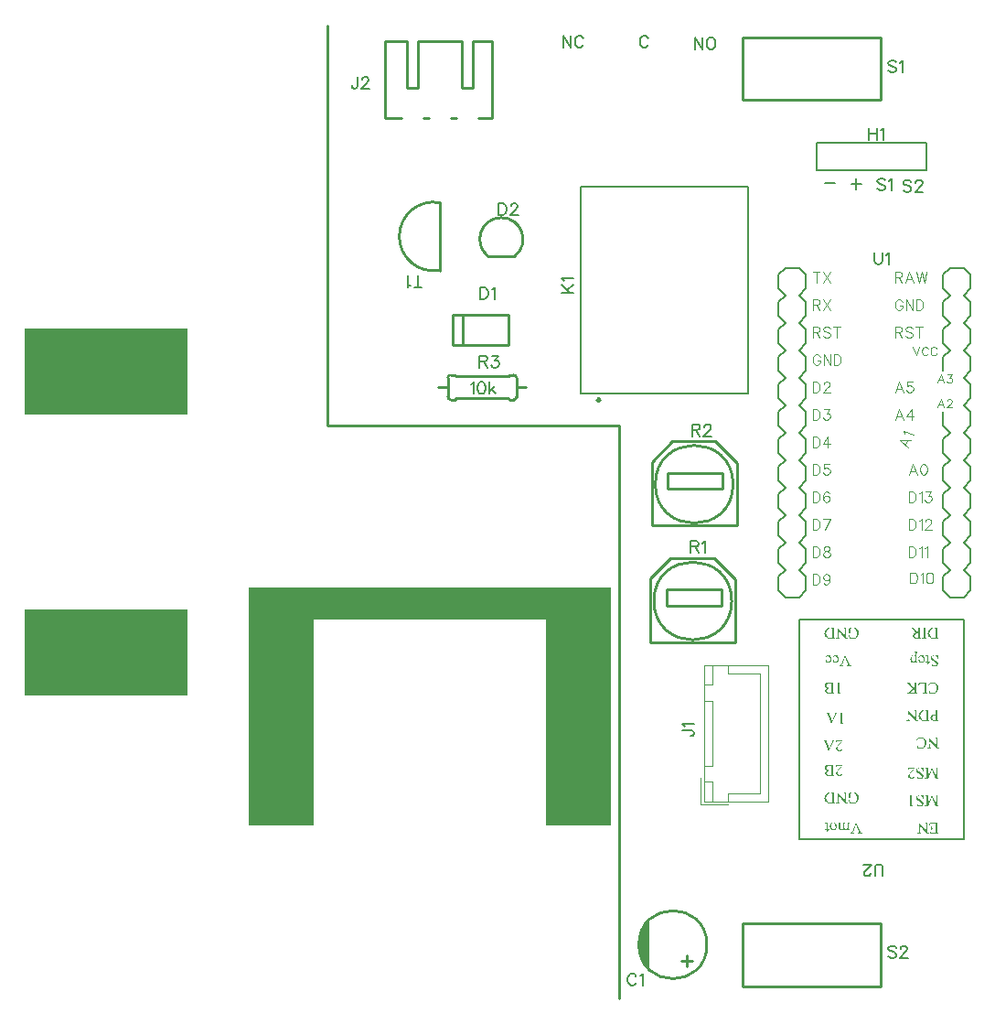
<source format=gto>
G04 Layer: TopSilkscreenLayer*
G04 EasyEDA v6.5.47, 2024-11-13 16:13:54*
G04 74c0bd91fdf74cf69fbd3cf6ffc820c0,28dbc4cd0de04f76b295d4d1f3f9c80b,10*
G04 Gerber Generator version 0.2*
G04 Scale: 100 percent, Rotated: No, Reflected: No *
G04 Dimensions in millimeters *
G04 leading zeros omitted , absolute positions ,4 integer and 5 decimal *
%FSLAX45Y45*%
%MOMM*%

%ADD10C,0.2032*%
%ADD11C,0.1524*%
%ADD12C,0.0813*%
%ADD13C,0.0650*%
%ADD14C,0.2540*%
%ADD15C,0.2030*%
%ADD16C,0.1200*%
%ADD17C,0.1270*%
%ADD18C,0.3000*%
%ADD19C,0.0134*%

%LPD*%
G36*
X8481060Y1881886D02*
G01*
X8468360Y1879803D01*
X8458200Y1873504D01*
X8454288Y1869236D01*
X8451545Y1864563D01*
X8449868Y1859432D01*
X8449310Y1853946D01*
X8449462Y1850948D01*
X8450021Y1848002D01*
X8450884Y1845106D01*
X8452104Y1842262D01*
X8453628Y1839671D01*
X8455456Y1837232D01*
X8459978Y1832864D01*
X8467445Y1827936D01*
X8493556Y1812747D01*
X8501380Y1806193D01*
X8502700Y1804263D01*
X8503666Y1802180D01*
X8504224Y1800047D01*
X8504428Y1797812D01*
X8504123Y1794865D01*
X8503158Y1792122D01*
X8501583Y1789531D01*
X8499348Y1787143D01*
X8496757Y1785010D01*
X8493760Y1783537D01*
X8490407Y1782622D01*
X8486648Y1782318D01*
X8483244Y1782521D01*
X8479891Y1783232D01*
X8476640Y1784299D01*
X8473440Y1785874D01*
X8470442Y1787804D01*
X8467801Y1789988D01*
X8465464Y1792478D01*
X8463534Y1795272D01*
X8462010Y1798574D01*
X8460689Y1802333D01*
X8459571Y1806549D01*
X8458708Y1811274D01*
X8455914Y1811274D01*
X8455914Y1776475D01*
X8458708Y1776475D01*
X8459571Y1779270D01*
X8460740Y1781048D01*
X8462111Y1782013D01*
X8463788Y1782318D01*
X8466175Y1781810D01*
X8474303Y1778609D01*
X8478570Y1777441D01*
X8482787Y1776730D01*
X8486902Y1776475D01*
X8492998Y1776984D01*
X8498535Y1778457D01*
X8503513Y1780895D01*
X8507984Y1784350D01*
X8511641Y1788363D01*
X8514283Y1792782D01*
X8515858Y1797659D01*
X8516366Y1802892D01*
X8516213Y1805990D01*
X8515654Y1808937D01*
X8514791Y1811680D01*
X8513572Y1814322D01*
X8511997Y1816912D01*
X8510066Y1819402D01*
X8507831Y1821738D01*
X8502040Y1826310D01*
X8492896Y1832000D01*
X8473033Y1843582D01*
X8468868Y1846732D01*
X8465718Y1850288D01*
X8464550Y1852168D01*
X8463026Y1855927D01*
X8462619Y1857756D01*
X8462518Y1859534D01*
X8462873Y1862836D01*
X8463838Y1865884D01*
X8465515Y1868678D01*
X8467852Y1871218D01*
X8470849Y1873351D01*
X8474303Y1874824D01*
X8478215Y1875739D01*
X8482584Y1876043D01*
X8486546Y1875840D01*
X8490356Y1875180D01*
X8493912Y1874062D01*
X8497316Y1872488D01*
X8500516Y1870608D01*
X8503259Y1868474D01*
X8505596Y1866138D01*
X8507476Y1863598D01*
X8509050Y1860600D01*
X8510371Y1856892D01*
X8511590Y1852472D01*
X8512556Y1847342D01*
X8515350Y1847342D01*
X8515350Y1881886D01*
X8512556Y1881886D01*
X8511895Y1878990D01*
X8511032Y1877314D01*
X8509762Y1876552D01*
X8507984Y1876298D01*
X8504834Y1876856D01*
X8492947Y1880362D01*
X8489442Y1881124D01*
X8485327Y1881682D01*
G37*
G36*
X8529066Y1879600D02*
G01*
X8529066Y1876806D01*
X8535365Y1876602D01*
X8537702Y1876043D01*
X8539683Y1875078D01*
X8541258Y1873757D01*
X8542121Y1872183D01*
X8542782Y1869693D01*
X8543137Y1866341D01*
X8543290Y1862074D01*
X8543188Y1792376D01*
X8542934Y1789226D01*
X8542426Y1786889D01*
X8541766Y1785366D01*
X8540140Y1783689D01*
X8538057Y1782521D01*
X8535568Y1781810D01*
X8532622Y1781556D01*
X8529066Y1781556D01*
X8529066Y1778762D01*
X8557768Y1778762D01*
X8593582Y1857756D01*
X8630412Y1778762D01*
X8658860Y1778762D01*
X8658860Y1781556D01*
X8653576Y1781860D01*
X8649970Y1782825D01*
X8647633Y1784502D01*
X8646160Y1786382D01*
X8645499Y1788160D01*
X8644991Y1790395D01*
X8644636Y1796288D01*
X8644737Y1865985D01*
X8645042Y1869135D01*
X8645499Y1871472D01*
X8646160Y1872996D01*
X8647785Y1874672D01*
X8649868Y1875840D01*
X8652357Y1876552D01*
X8655304Y1876806D01*
X8658860Y1876806D01*
X8658860Y1879600D01*
X8623808Y1879600D01*
X8623808Y1876806D01*
X8630107Y1876602D01*
X8632444Y1876043D01*
X8634425Y1875078D01*
X8636000Y1873757D01*
X8636863Y1872183D01*
X8637524Y1869693D01*
X8637879Y1866341D01*
X8638032Y1862074D01*
X8638032Y1794764D01*
X8598916Y1879600D01*
X8596630Y1879600D01*
X8557768Y1794764D01*
X8557869Y1865985D01*
X8558123Y1869135D01*
X8558631Y1871472D01*
X8559292Y1872996D01*
X8560816Y1874672D01*
X8562848Y1875840D01*
X8565388Y1876552D01*
X8568436Y1876806D01*
X8571992Y1876806D01*
X8571992Y1879600D01*
G37*
G36*
X8383524Y1879600D02*
G01*
X8383524Y1876806D01*
X8389213Y1876501D01*
X8391245Y1876094D01*
X8393684Y1874977D01*
X8395106Y1873453D01*
X8395817Y1870964D01*
X8396173Y1865630D01*
X8396224Y1776730D01*
X8398764Y1776730D01*
X8423148Y1788668D01*
X8422132Y1790954D01*
X8417814Y1789226D01*
X8414512Y1788668D01*
X8412683Y1788922D01*
X8411210Y1789684D01*
X8409940Y1791055D01*
X8409178Y1793239D01*
X8408822Y1795272D01*
X8408466Y1802384D01*
X8408416Y1861820D01*
X8408670Y1869135D01*
X8408974Y1871370D01*
X8409889Y1873605D01*
X8411311Y1874977D01*
X8413546Y1876094D01*
X8415528Y1876501D01*
X8421370Y1876806D01*
X8421370Y1879600D01*
G37*
G36*
X8481060Y2135886D02*
G01*
X8468360Y2133803D01*
X8458200Y2127504D01*
X8454288Y2123236D01*
X8451545Y2118563D01*
X8449868Y2113432D01*
X8449310Y2107946D01*
X8449462Y2104948D01*
X8450021Y2102002D01*
X8450884Y2099106D01*
X8452104Y2096262D01*
X8453628Y2093671D01*
X8455456Y2091232D01*
X8459978Y2086864D01*
X8467445Y2081936D01*
X8493556Y2066747D01*
X8501380Y2060193D01*
X8502700Y2058263D01*
X8503666Y2056180D01*
X8504224Y2054047D01*
X8504428Y2051812D01*
X8504123Y2048865D01*
X8503158Y2046122D01*
X8501583Y2043531D01*
X8499348Y2041143D01*
X8496757Y2039010D01*
X8493760Y2037537D01*
X8490407Y2036622D01*
X8486648Y2036318D01*
X8483244Y2036521D01*
X8479891Y2037232D01*
X8476640Y2038299D01*
X8473440Y2039874D01*
X8470442Y2041804D01*
X8467801Y2043988D01*
X8465464Y2046478D01*
X8463534Y2049272D01*
X8462010Y2052574D01*
X8460689Y2056333D01*
X8459571Y2060549D01*
X8458708Y2065274D01*
X8455914Y2065274D01*
X8455914Y2030475D01*
X8458708Y2030475D01*
X8459571Y2033270D01*
X8460740Y2035048D01*
X8462111Y2036013D01*
X8463788Y2036318D01*
X8466175Y2035810D01*
X8474303Y2032609D01*
X8478570Y2031441D01*
X8482787Y2030730D01*
X8486902Y2030475D01*
X8492998Y2030984D01*
X8498535Y2032457D01*
X8503513Y2034895D01*
X8507984Y2038350D01*
X8511641Y2042363D01*
X8514283Y2046782D01*
X8515858Y2051659D01*
X8516366Y2056892D01*
X8516213Y2059990D01*
X8515654Y2062937D01*
X8514791Y2065680D01*
X8513572Y2068322D01*
X8511997Y2070912D01*
X8510066Y2073402D01*
X8507831Y2075738D01*
X8502040Y2080310D01*
X8492896Y2086000D01*
X8473033Y2097582D01*
X8468868Y2100732D01*
X8465718Y2104288D01*
X8464550Y2106168D01*
X8463026Y2109927D01*
X8462619Y2111756D01*
X8462518Y2113534D01*
X8462873Y2116836D01*
X8463838Y2119884D01*
X8465515Y2122678D01*
X8467852Y2125218D01*
X8470849Y2127351D01*
X8474303Y2128824D01*
X8478215Y2129739D01*
X8482584Y2130044D01*
X8486546Y2129840D01*
X8490356Y2129180D01*
X8493912Y2128062D01*
X8497316Y2126488D01*
X8500516Y2124608D01*
X8503259Y2122474D01*
X8505596Y2120138D01*
X8507476Y2117598D01*
X8509050Y2114600D01*
X8510371Y2110892D01*
X8511590Y2106472D01*
X8512556Y2101342D01*
X8515350Y2101342D01*
X8515350Y2135886D01*
X8512556Y2135886D01*
X8511895Y2132990D01*
X8511032Y2131314D01*
X8509762Y2130552D01*
X8507984Y2130298D01*
X8504834Y2130856D01*
X8492947Y2134362D01*
X8489442Y2135124D01*
X8485327Y2135682D01*
G37*
G36*
X8529066Y2133600D02*
G01*
X8529066Y2130806D01*
X8535365Y2130602D01*
X8537702Y2130044D01*
X8539683Y2129078D01*
X8541258Y2127758D01*
X8542121Y2126183D01*
X8542782Y2123694D01*
X8543137Y2120341D01*
X8543290Y2116074D01*
X8543188Y2046376D01*
X8542934Y2043226D01*
X8542426Y2040889D01*
X8541766Y2039366D01*
X8540140Y2037689D01*
X8538057Y2036521D01*
X8535568Y2035810D01*
X8532622Y2035556D01*
X8529066Y2035556D01*
X8529066Y2032762D01*
X8557768Y2032762D01*
X8593582Y2111756D01*
X8630412Y2032762D01*
X8658860Y2032762D01*
X8658860Y2035556D01*
X8653576Y2035860D01*
X8649970Y2036825D01*
X8647633Y2038502D01*
X8646160Y2040382D01*
X8645499Y2042160D01*
X8644991Y2044395D01*
X8644636Y2050288D01*
X8644737Y2119985D01*
X8645042Y2123135D01*
X8645499Y2125472D01*
X8646160Y2126996D01*
X8647785Y2128672D01*
X8649868Y2129840D01*
X8652357Y2130552D01*
X8655304Y2130806D01*
X8658860Y2130806D01*
X8658860Y2133600D01*
X8623808Y2133600D01*
X8623808Y2130806D01*
X8630107Y2130602D01*
X8632444Y2130044D01*
X8634425Y2129078D01*
X8636000Y2127758D01*
X8636863Y2126183D01*
X8637524Y2123694D01*
X8637879Y2120341D01*
X8638032Y2116074D01*
X8638032Y2048764D01*
X8598916Y2133600D01*
X8596630Y2133600D01*
X8557768Y2048764D01*
X8557869Y2119985D01*
X8558123Y2123135D01*
X8558631Y2125472D01*
X8559292Y2126996D01*
X8560816Y2128672D01*
X8562848Y2129840D01*
X8565388Y2130552D01*
X8568436Y2130806D01*
X8571992Y2130806D01*
X8571992Y2133600D01*
G37*
G36*
X8378444Y2133600D02*
G01*
X8371331Y2114296D01*
X8374125Y2114296D01*
X8376107Y2117242D01*
X8378444Y2119376D01*
X8381288Y2120849D01*
X8384286Y2121662D01*
X8388807Y2122220D01*
X8395716Y2122424D01*
X8422132Y2122424D01*
X8413851Y2114194D01*
X8398764Y2098040D01*
X8388197Y2084882D01*
X8380984Y2072386D01*
X8379409Y2068575D01*
X8378291Y2064766D01*
X8377631Y2060956D01*
X8377428Y2057146D01*
X8377936Y2051964D01*
X8379459Y2047189D01*
X8382000Y2042718D01*
X8385556Y2038604D01*
X8389975Y2035149D01*
X8394903Y2032711D01*
X8400288Y2031238D01*
X8406130Y2030730D01*
X8411718Y2031187D01*
X8416798Y2032558D01*
X8421370Y2034895D01*
X8425434Y2038096D01*
X8428888Y2042160D01*
X8431580Y2047036D01*
X8433562Y2052726D01*
X8434832Y2059178D01*
X8432292Y2059178D01*
X8430666Y2055215D01*
X8428685Y2051761D01*
X8426246Y2048764D01*
X8423402Y2046224D01*
X8420404Y2044344D01*
X8417153Y2042972D01*
X8413800Y2042160D01*
X8410194Y2041906D01*
X8406180Y2042312D01*
X8402421Y2043480D01*
X8399068Y2045462D01*
X8395970Y2048256D01*
X8393430Y2051507D01*
X8391601Y2055215D01*
X8390483Y2059381D01*
X8390128Y2064004D01*
X8392820Y2077161D01*
X8400796Y2091689D01*
X8407196Y2099868D01*
X8415528Y2109114D01*
X8425738Y2119426D01*
X8437880Y2130806D01*
X8437880Y2133600D01*
G37*
G36*
X8496808Y2415286D02*
G01*
X8483803Y2413711D01*
X8472678Y2408936D01*
X8463127Y2401011D01*
X8454898Y2389378D01*
X8457184Y2387854D01*
X8461654Y2393594D01*
X8465870Y2398268D01*
X8469884Y2401976D01*
X8473694Y2404618D01*
X8477656Y2406396D01*
X8481872Y2407666D01*
X8486394Y2408428D01*
X8491220Y2408682D01*
X8496655Y2408326D01*
X8501837Y2407361D01*
X8506714Y2405684D01*
X8511286Y2403348D01*
X8515451Y2400401D01*
X8519007Y2396896D01*
X8522055Y2392781D01*
X8524494Y2388108D01*
X8526373Y2382824D01*
X8527745Y2377084D01*
X8528558Y2370886D01*
X8528812Y2364232D01*
X8527643Y2349042D01*
X8524240Y2336546D01*
X8521750Y2331364D01*
X8518753Y2326894D01*
X8515400Y2323236D01*
X8511540Y2320290D01*
X8507323Y2318054D01*
X8502904Y2316480D01*
X8498179Y2315514D01*
X8493252Y2315210D01*
X8487511Y2315616D01*
X8482126Y2316886D01*
X8477199Y2318918D01*
X8472678Y2321814D01*
X8465159Y2330856D01*
X8459470Y2344166D01*
X8457184Y2344166D01*
X8459470Y2309876D01*
X8462264Y2309876D01*
X8463330Y2313076D01*
X8465058Y2315464D01*
X8466531Y2316429D01*
X8468360Y2316734D01*
X8470239Y2316327D01*
X8478266Y2312873D01*
X8483650Y2311196D01*
X8489086Y2310231D01*
X8494522Y2309876D01*
X8507984Y2311603D01*
X8520430Y2316734D01*
X8531047Y2325065D01*
X8538972Y2336292D01*
X8544102Y2349652D01*
X8545830Y2364232D01*
X8543290Y2381656D01*
X8535670Y2396744D01*
X8527999Y2404872D01*
X8518956Y2410663D01*
X8508593Y2414117D01*
G37*
G36*
X8567674Y2414524D02*
G01*
X8567572Y2325776D01*
X8567267Y2322626D01*
X8566810Y2320290D01*
X8566150Y2318766D01*
X8564524Y2317089D01*
X8562441Y2315921D01*
X8559952Y2315210D01*
X8557006Y2314956D01*
X8553450Y2314956D01*
X8553450Y2312162D01*
X8588502Y2312162D01*
X8588502Y2314956D01*
X8582355Y2315159D01*
X8579916Y2315718D01*
X8577935Y2316683D01*
X8576310Y2318004D01*
X8575395Y2319578D01*
X8574786Y2322068D01*
X8574379Y2325420D01*
X8574278Y2387854D01*
X8636000Y2312162D01*
X8663432Y2312162D01*
X8663432Y2314956D01*
X8659622Y2315108D01*
X8656828Y2315464D01*
X8653018Y2316988D01*
X8650224Y2318512D01*
X8647430Y2321102D01*
X8643620Y2325370D01*
X8643721Y2399385D01*
X8643975Y2402535D01*
X8644483Y2404872D01*
X8645144Y2406396D01*
X8646769Y2408072D01*
X8648852Y2409240D01*
X8651341Y2409952D01*
X8654288Y2410206D01*
X8657844Y2410206D01*
X8657844Y2413000D01*
X8622792Y2413000D01*
X8622792Y2410206D01*
X8629091Y2410002D01*
X8631428Y2409444D01*
X8633409Y2408478D01*
X8634984Y2407158D01*
X8635847Y2405583D01*
X8636508Y2403094D01*
X8636863Y2399741D01*
X8637016Y2395474D01*
X8637016Y2333498D01*
X8570468Y2414524D01*
G37*
G36*
X8431530Y3207512D02*
G01*
X8431530Y3204718D01*
X8436203Y3204464D01*
X8437930Y3204159D01*
X8440115Y3203143D01*
X8441639Y3201619D01*
X8442198Y3200654D01*
X8442553Y3199434D01*
X8442909Y3194964D01*
X8442960Y3170936D01*
X8439404Y3173882D01*
X8436356Y3175508D01*
X8431936Y3176676D01*
X8426704Y3177032D01*
X8420658Y3176422D01*
X8415172Y3174695D01*
X8410244Y3171748D01*
X8405876Y3167634D01*
X8398256Y3154629D01*
X8396830Y3145536D01*
X8408924Y3145536D01*
X8409279Y3151987D01*
X8410448Y3157728D01*
X8412378Y3162706D01*
X8415020Y3166872D01*
X8417458Y3169412D01*
X8420303Y3171240D01*
X8423452Y3172358D01*
X8426958Y3172714D01*
X8429853Y3172510D01*
X8432546Y3171901D01*
X8434984Y3170834D01*
X8437118Y3169412D01*
X8438946Y3167684D01*
X8440420Y3165856D01*
X8441486Y3163874D01*
X8442553Y3160166D01*
X8442909Y3154680D01*
X8442960Y3125470D01*
X8437676Y3120136D01*
X8435695Y3118408D01*
X8434070Y3117342D01*
X8430615Y3116021D01*
X8428837Y3115665D01*
X8426958Y3115564D01*
X8423859Y3115919D01*
X8420963Y3117037D01*
X8418271Y3118866D01*
X8415782Y3121406D01*
X8410651Y3131616D01*
X8408924Y3145536D01*
X8396830Y3145536D01*
X8395716Y3138424D01*
X8397798Y3124149D01*
X8404098Y3112770D01*
X8407755Y3109315D01*
X8411768Y3106877D01*
X8416239Y3105404D01*
X8421116Y3104896D01*
X8424011Y3105099D01*
X8426856Y3105810D01*
X8429599Y3106877D01*
X8432292Y3108452D01*
X8434933Y3110585D01*
X8437626Y3113430D01*
X8440318Y3116935D01*
X8442960Y3121152D01*
X8442960Y3105150D01*
X8445754Y3105150D01*
X8466836Y3113532D01*
X8465820Y3116072D01*
X8463381Y3115310D01*
X8461248Y3115056D01*
X8459419Y3115259D01*
X8457946Y3115818D01*
X8456676Y3117037D01*
X8455914Y3118612D01*
X8455507Y3121609D01*
X8455456Y3194710D01*
X8455812Y3199384D01*
X8456574Y3201466D01*
X8457590Y3202736D01*
X8459774Y3203956D01*
X8461502Y3204464D01*
X8463330Y3204718D01*
X8467090Y3204718D01*
X8467090Y3207512D01*
G37*
G36*
X8616696Y3177286D02*
G01*
X8603996Y3175203D01*
X8593836Y3168904D01*
X8589924Y3164636D01*
X8587181Y3159963D01*
X8585504Y3154832D01*
X8584946Y3149346D01*
X8585098Y3146348D01*
X8585657Y3143402D01*
X8586520Y3140506D01*
X8587740Y3137662D01*
X8589264Y3135071D01*
X8591092Y3132632D01*
X8595614Y3128264D01*
X8598712Y3126028D01*
X8608364Y3120186D01*
X8614918Y3116580D01*
X8628989Y3108147D01*
X8636762Y3101594D01*
X8638184Y3099663D01*
X8639251Y3097580D01*
X8639860Y3095447D01*
X8640064Y3093212D01*
X8639759Y3090265D01*
X8638794Y3087522D01*
X8637219Y3084931D01*
X8634984Y3082544D01*
X8632291Y3080410D01*
X8629243Y3078937D01*
X8625941Y3078022D01*
X8622284Y3077718D01*
X8618880Y3077921D01*
X8615476Y3078632D01*
X8612124Y3079699D01*
X8608822Y3081274D01*
X8605824Y3083204D01*
X8603234Y3085388D01*
X8600998Y3087878D01*
X8599170Y3090672D01*
X8597544Y3093974D01*
X8596172Y3097733D01*
X8595106Y3101949D01*
X8594344Y3106674D01*
X8591550Y3106674D01*
X8591550Y3071876D01*
X8594344Y3071876D01*
X8595207Y3074670D01*
X8596376Y3076448D01*
X8597646Y3077413D01*
X8599424Y3077718D01*
X8601760Y3077210D01*
X8609736Y3074009D01*
X8614105Y3072841D01*
X8618270Y3072130D01*
X8622284Y3071876D01*
X8628481Y3072384D01*
X8634120Y3073857D01*
X8639149Y3076295D01*
X8643620Y3079750D01*
X8647176Y3083763D01*
X8649716Y3088182D01*
X8651240Y3093059D01*
X8651748Y3098292D01*
X8651595Y3101390D01*
X8651036Y3104337D01*
X8650173Y3107080D01*
X8648954Y3109722D01*
X8647379Y3112312D01*
X8645550Y3114802D01*
X8640826Y3119374D01*
X8633409Y3124403D01*
X8611870Y3136900D01*
X8606536Y3140456D01*
X8604504Y3142132D01*
X8601354Y3145688D01*
X8600186Y3147568D01*
X8598662Y3151327D01*
X8598154Y3154934D01*
X8598509Y3158236D01*
X8599474Y3161284D01*
X8601151Y3164078D01*
X8603488Y3166618D01*
X8606434Y3168751D01*
X8609838Y3170224D01*
X8613749Y3171139D01*
X8618220Y3171444D01*
X8622080Y3171240D01*
X8625840Y3170580D01*
X8629446Y3169462D01*
X8632952Y3167888D01*
X8636050Y3166008D01*
X8638743Y3163874D01*
X8640978Y3161538D01*
X8642858Y3158998D01*
X8644432Y3156000D01*
X8645855Y3152292D01*
X8647074Y3147872D01*
X8648192Y3142742D01*
X8650986Y3142742D01*
X8650986Y3177286D01*
X8648192Y3177286D01*
X8647531Y3174390D01*
X8646668Y3172714D01*
X8645245Y3171952D01*
X8643620Y3171698D01*
X8640318Y3172256D01*
X8628380Y3175762D01*
X8624824Y3176524D01*
X8620861Y3177082D01*
G37*
G36*
X8498840Y3177032D02*
G01*
X8493455Y3176524D01*
X8488527Y3174949D01*
X8484057Y3172307D01*
X8480044Y3168650D01*
X8476589Y3164332D01*
X8473948Y3159810D01*
X8472017Y3155086D01*
X8470900Y3150108D01*
X8473186Y3148584D01*
X8475065Y3152698D01*
X8477046Y3156204D01*
X8479231Y3159048D01*
X8481568Y3161284D01*
X8484209Y3162858D01*
X8487054Y3163976D01*
X8490051Y3164636D01*
X8493252Y3164840D01*
X8498078Y3164281D01*
X8502599Y3162706D01*
X8506815Y3159963D01*
X8510778Y3156204D01*
X8516315Y3145993D01*
X8518144Y3132582D01*
X8470900Y3132582D01*
X8471226Y3128264D01*
X8518144Y3128264D01*
X8517483Y3124200D01*
X8516315Y3120593D01*
X8514588Y3117443D01*
X8512302Y3114802D01*
X8509812Y3112668D01*
X8507171Y3111195D01*
X8504326Y3110280D01*
X8501380Y3109976D01*
X8499398Y3110128D01*
X8497417Y3110636D01*
X8495588Y3111398D01*
X8491982Y3113786D01*
X8490458Y3115259D01*
X8489188Y3116935D01*
X8488172Y3118866D01*
X8487156Y3122625D01*
X8486648Y3128264D01*
X8471226Y3128264D01*
X8471357Y3126536D01*
X8472728Y3121152D01*
X8475065Y3116376D01*
X8478266Y3112262D01*
X8482228Y3108909D01*
X8486648Y3106521D01*
X8491626Y3105099D01*
X8497062Y3104642D01*
X8509558Y3107131D01*
X8519668Y3114548D01*
X8526322Y3126181D01*
X8528558Y3141726D01*
X8526373Y3156305D01*
X8519922Y3167634D01*
X8515248Y3171748D01*
X8510219Y3174695D01*
X8504732Y3176422D01*
G37*
G36*
X8551164Y3176016D02*
G01*
X8548674Y3175812D01*
X8546236Y3175152D01*
X8543848Y3174034D01*
X8541512Y3172460D01*
X8539226Y3170326D01*
X8537244Y3167837D01*
X8535568Y3164890D01*
X8534146Y3161538D01*
X8536940Y3161538D01*
X8538464Y3164027D01*
X8540496Y3165856D01*
X8542832Y3167024D01*
X8545322Y3167380D01*
X8546744Y3167227D01*
X8548065Y3166821D01*
X8549182Y3166110D01*
X8550148Y3165094D01*
X8551011Y3163671D01*
X8551672Y3161741D01*
X8552180Y3156204D01*
X8552180Y3112008D01*
X8536178Y3112008D01*
X8536178Y3106928D01*
X8552180Y3106928D01*
X8552180Y3084322D01*
X8554466Y3084322D01*
X8557107Y3090722D01*
X8559038Y3094736D01*
X8562695Y3099765D01*
X8566658Y3104134D01*
X8570925Y3107385D01*
X8575040Y3109468D01*
X8575040Y3112008D01*
X8564372Y3112008D01*
X8564270Y3161436D01*
X8563508Y3166872D01*
X8562848Y3168904D01*
X8561984Y3170478D01*
X8560866Y3171901D01*
X8558022Y3174238D01*
X8554669Y3175558D01*
X8552942Y3175914D01*
G37*
G36*
X8613648Y3429000D02*
G01*
X8599881Y3428034D01*
X8587994Y3425088D01*
X8578037Y3420160D01*
X8569960Y3413251D01*
X8564422Y3405733D01*
X8560409Y3397300D01*
X8558072Y3388055D01*
X8557321Y3378708D01*
X8574024Y3378708D01*
X8576868Y3397402D01*
X8585454Y3411728D01*
X8598357Y3420668D01*
X8614156Y3423665D01*
X8617508Y3423564D01*
X8625382Y3422548D01*
X8629904Y3421634D01*
X8629904Y3335782D01*
X8621877Y3334258D01*
X8618169Y3333851D01*
X8614664Y3333750D01*
X8598458Y3336747D01*
X8585454Y3345687D01*
X8576868Y3360064D01*
X8574024Y3378708D01*
X8557321Y3378708D01*
X8557260Y3377946D01*
X8559038Y3363264D01*
X8564372Y3350260D01*
X8572703Y3340049D01*
X8583422Y3333242D01*
X8597849Y3329432D01*
X8617712Y3328162D01*
X8658860Y3328162D01*
X8658860Y3330956D01*
X8652306Y3331159D01*
X8649970Y3331718D01*
X8647988Y3332683D01*
X8646414Y3334004D01*
X8645550Y3335680D01*
X8644890Y3338271D01*
X8644534Y3341674D01*
X8644382Y3345942D01*
X8644483Y3415029D01*
X8644737Y3418128D01*
X8645245Y3420516D01*
X8645906Y3422142D01*
X8647531Y3423920D01*
X8649563Y3425190D01*
X8652103Y3425951D01*
X8655050Y3426206D01*
X8658860Y3426206D01*
X8658860Y3429000D01*
G37*
G36*
X8504428Y3429000D02*
G01*
X8504428Y3426206D01*
X8509762Y3426104D01*
X8513165Y3425190D01*
X8515908Y3423767D01*
X8517432Y3422243D01*
X8518347Y3419805D01*
X8518855Y3414725D01*
X8518906Y3345942D01*
X8518753Y3341776D01*
X8518398Y3338525D01*
X8517737Y3336086D01*
X8516874Y3334512D01*
X8515248Y3332937D01*
X8513267Y3331870D01*
X8510828Y3331159D01*
X8504428Y3330956D01*
X8504428Y3328162D01*
X8547608Y3328162D01*
X8547608Y3330956D01*
X8542274Y3331057D01*
X8538870Y3331972D01*
X8536127Y3333394D01*
X8534603Y3334918D01*
X8533688Y3337356D01*
X8533180Y3342436D01*
X8533231Y3415284D01*
X8533587Y3418535D01*
X8534146Y3420973D01*
X8534908Y3422650D01*
X8536533Y3424224D01*
X8538565Y3425342D01*
X8541105Y3426002D01*
X8547608Y3426206D01*
X8547608Y3429000D01*
G37*
G36*
X8397494Y3429000D02*
G01*
X8397494Y3426206D01*
X8401456Y3425647D01*
X8405063Y3424834D01*
X8408212Y3423615D01*
X8410956Y3422142D01*
X8413597Y3420059D01*
X8416544Y3417214D01*
X8423148Y3408934D01*
X8444230Y3379978D01*
X8438184Y3378352D01*
X8433054Y3376168D01*
X8428786Y3373526D01*
X8425434Y3370326D01*
X8422792Y3366719D01*
X8420862Y3362807D01*
X8419744Y3358591D01*
X8419429Y3355086D01*
X8436102Y3355086D01*
X8436559Y3359708D01*
X8437880Y3363874D01*
X8440115Y3367582D01*
X8443214Y3370834D01*
X8447328Y3373628D01*
X8452358Y3375609D01*
X8458250Y3376777D01*
X8465058Y3377184D01*
X8469376Y3377184D01*
X8469376Y3335274D01*
X8462772Y3334105D01*
X8457692Y3333750D01*
X8452967Y3334105D01*
X8448802Y3335223D01*
X8445144Y3337051D01*
X8441944Y3339592D01*
X8439404Y3342843D01*
X8437575Y3346500D01*
X8436457Y3350615D01*
X8436102Y3355086D01*
X8419429Y3355086D01*
X8419338Y3354070D01*
X8419693Y3349904D01*
X8420658Y3345992D01*
X8422335Y3342386D01*
X8424672Y3339084D01*
X8427466Y3336188D01*
X8430564Y3333750D01*
X8433968Y3331870D01*
X8437626Y3330448D01*
X8441944Y3329432D01*
X8447328Y3328720D01*
X8453780Y3328314D01*
X8498078Y3328162D01*
X8498078Y3330956D01*
X8491524Y3331159D01*
X8489188Y3331718D01*
X8487206Y3332683D01*
X8485632Y3334004D01*
X8484768Y3335680D01*
X8484108Y3338271D01*
X8483752Y3341674D01*
X8483600Y3345942D01*
X8483701Y3415131D01*
X8484006Y3418281D01*
X8484463Y3420618D01*
X8485124Y3422142D01*
X8486749Y3423920D01*
X8488781Y3425190D01*
X8491321Y3425951D01*
X8494268Y3426206D01*
X8498078Y3426206D01*
X8498078Y3429000D01*
X8454644Y3429000D01*
X8454644Y3426206D01*
X8461349Y3426002D01*
X8463584Y3425393D01*
X8465515Y3424326D01*
X8467090Y3422904D01*
X8468106Y3421329D01*
X8468817Y3418840D01*
X8469223Y3415487D01*
X8469376Y3411220D01*
X8469376Y3381756D01*
X8468106Y3381959D01*
X8458708Y3381756D01*
X8424418Y3429000D01*
G37*
G36*
X7863586Y3431286D02*
G01*
X7858607Y3431184D01*
X7849362Y3430168D01*
X7845044Y3429254D01*
X7840827Y3427984D01*
X7836662Y3426409D01*
X7828280Y3422396D01*
X7828178Y3387699D01*
X7827924Y3384702D01*
X7827416Y3382365D01*
X7826756Y3380740D01*
X7825384Y3378962D01*
X7823657Y3377692D01*
X7821472Y3376929D01*
X7816850Y3376676D01*
X7816850Y3373882D01*
X7855966Y3373882D01*
X7855966Y3376676D01*
X7850784Y3376980D01*
X7848803Y3377387D01*
X7847330Y3377946D01*
X7845298Y3379470D01*
X7843774Y3381501D01*
X7843316Y3382975D01*
X7842808Y3387953D01*
X7842758Y3420618D01*
X7847634Y3423107D01*
X7852664Y3424936D01*
X7858048Y3425901D01*
X7863586Y3426206D01*
X7868259Y3425850D01*
X7872933Y3424834D01*
X7877556Y3423056D01*
X7882128Y3420618D01*
X7886496Y3417519D01*
X7890357Y3413607D01*
X7893862Y3408883D01*
X7896859Y3403346D01*
X7901025Y3390798D01*
X7902448Y3376929D01*
X7900263Y3360369D01*
X7893812Y3346196D01*
X7881569Y3334765D01*
X7864602Y3330956D01*
X7851698Y3333140D01*
X7841488Y3339592D01*
X7838490Y3342995D01*
X7835747Y3347161D01*
X7833410Y3352037D01*
X7831328Y3357626D01*
X7828534Y3357626D01*
X7831328Y3325876D01*
X7834122Y3325876D01*
X7834375Y3329076D01*
X7835138Y3330956D01*
X7836306Y3331921D01*
X7837678Y3332226D01*
X7839709Y3331819D01*
X7850479Y3328162D01*
X7855966Y3326637D01*
X7860792Y3326079D01*
X7866125Y3325876D01*
X7880146Y3327450D01*
X7892288Y3332226D01*
X7904124Y3341776D01*
X7913116Y3354578D01*
X7917891Y3367074D01*
X7919466Y3380232D01*
X7916621Y3397453D01*
X7908036Y3412490D01*
X7899552Y3420719D01*
X7889290Y3426612D01*
X7877302Y3430117D01*
G37*
G36*
X7721092Y3430524D02*
G01*
X7720990Y3341776D01*
X7720736Y3338626D01*
X7720228Y3336290D01*
X7719568Y3334765D01*
X7717942Y3333089D01*
X7715859Y3331921D01*
X7713370Y3331210D01*
X7710424Y3330956D01*
X7706868Y3330956D01*
X7706868Y3328162D01*
X7741920Y3328162D01*
X7741920Y3330956D01*
X7735620Y3331159D01*
X7733284Y3331718D01*
X7731302Y3332683D01*
X7729728Y3334004D01*
X7728813Y3335578D01*
X7728203Y3338068D01*
X7727797Y3341420D01*
X7727696Y3403854D01*
X7789418Y3328162D01*
X7816850Y3328162D01*
X7816850Y3330956D01*
X7812938Y3331108D01*
X7810246Y3331464D01*
X7806436Y3332987D01*
X7803642Y3334512D01*
X7800797Y3337102D01*
X7796784Y3341370D01*
X7796885Y3415385D01*
X7797241Y3418535D01*
X7797800Y3420872D01*
X7798562Y3422396D01*
X7800086Y3424072D01*
X7802118Y3425240D01*
X7804658Y3425951D01*
X7807706Y3426206D01*
X7811262Y3426206D01*
X7811262Y3429000D01*
X7775956Y3429000D01*
X7775956Y3426206D01*
X7782356Y3426002D01*
X7784795Y3425444D01*
X7786776Y3424478D01*
X7788402Y3423158D01*
X7789265Y3421583D01*
X7789925Y3419094D01*
X7790281Y3415741D01*
X7790434Y3411474D01*
X7790434Y3349498D01*
X7723886Y3430524D01*
G37*
G36*
X7657084Y3429000D02*
G01*
X7643266Y3428034D01*
X7631379Y3425088D01*
X7621320Y3420160D01*
X7613142Y3413251D01*
X7607604Y3405733D01*
X7603591Y3397300D01*
X7601254Y3388055D01*
X7600503Y3378708D01*
X7617459Y3378708D01*
X7620304Y3397402D01*
X7628890Y3411728D01*
X7641590Y3420668D01*
X7657338Y3423665D01*
X7660792Y3423564D01*
X7668818Y3422548D01*
X7673340Y3421634D01*
X7673340Y3335782D01*
X7665212Y3334258D01*
X7661554Y3333851D01*
X7658100Y3333750D01*
X7641793Y3336747D01*
X7628890Y3345687D01*
X7620304Y3360064D01*
X7617459Y3378708D01*
X7600503Y3378708D01*
X7600442Y3377946D01*
X7602220Y3363264D01*
X7607553Y3350260D01*
X7615885Y3340049D01*
X7626603Y3333242D01*
X7641031Y3329432D01*
X7660894Y3328162D01*
X7702042Y3328162D01*
X7702042Y3330956D01*
X7695590Y3331159D01*
X7693253Y3331718D01*
X7691272Y3332683D01*
X7689596Y3334004D01*
X7688681Y3335680D01*
X7688072Y3338271D01*
X7687665Y3341674D01*
X7687564Y3411220D01*
X7687970Y3418128D01*
X7688427Y3420516D01*
X7689088Y3422142D01*
X7690713Y3423920D01*
X7692796Y3425190D01*
X7695285Y3425951D01*
X7698231Y3426206D01*
X7702042Y3426206D01*
X7702042Y3429000D01*
G37*
G36*
X7790688Y3177286D02*
G01*
X7753807Y3087878D01*
X7752130Y3084830D01*
X7750403Y3082290D01*
X7748524Y3080258D01*
X7746949Y3079089D01*
X7745069Y3078175D01*
X7742885Y3077464D01*
X7740396Y3076956D01*
X7740396Y3074162D01*
X7771384Y3074162D01*
X7771384Y3076956D01*
X7770368Y3076956D01*
X7765846Y3078175D01*
X7764221Y3078886D01*
X7761986Y3080766D01*
X7761274Y3081832D01*
X7760716Y3084068D01*
X7760919Y3086049D01*
X7762697Y3092043D01*
X7788148Y3154426D01*
X7813802Y3095244D01*
X7816291Y3088386D01*
X7816900Y3085744D01*
X7817103Y3083560D01*
X7817002Y3082340D01*
X7815986Y3080156D01*
X7815072Y3079242D01*
X7813751Y3078429D01*
X7811770Y3077768D01*
X7805928Y3076956D01*
X7805928Y3074162D01*
X7847330Y3074162D01*
X7847330Y3076956D01*
X7843215Y3077464D01*
X7839964Y3078480D01*
X7837424Y3080004D01*
X7835392Y3082036D01*
X7833715Y3084880D01*
X7793481Y3177286D01*
G37*
G36*
X7704581Y3177032D02*
G01*
X7699756Y3176574D01*
X7695133Y3175254D01*
X7690713Y3173018D01*
X7686548Y3169920D01*
X7682941Y3165856D01*
X7679944Y3161030D01*
X7677607Y3155442D01*
X7675880Y3149092D01*
X7678166Y3148076D01*
X7680096Y3152190D01*
X7682026Y3155645D01*
X7684008Y3158388D01*
X7686040Y3160522D01*
X7689037Y3162757D01*
X7692186Y3164332D01*
X7695539Y3165297D01*
X7698994Y3165602D01*
X7703921Y3164992D01*
X7708239Y3163265D01*
X7712049Y3160318D01*
X7715250Y3156204D01*
X7717942Y3151327D01*
X7719822Y3146094D01*
X7720939Y3140557D01*
X7721346Y3134614D01*
X7720939Y3128924D01*
X7719822Y3123844D01*
X7717942Y3119272D01*
X7715250Y3115310D01*
X7712811Y3112871D01*
X7709966Y3111144D01*
X7706817Y3110077D01*
X7703312Y3109722D01*
X7701127Y3109874D01*
X7699197Y3110280D01*
X7697470Y3110992D01*
X7695946Y3112008D01*
X7694828Y3113278D01*
X7693964Y3114852D01*
X7693406Y3116732D01*
X7692847Y3120847D01*
X7691983Y3123793D01*
X7691374Y3124708D01*
X7690103Y3125927D01*
X7688580Y3126790D01*
X7686802Y3127349D01*
X7683195Y3127400D01*
X7680655Y3126486D01*
X7679690Y3125724D01*
X7678369Y3123692D01*
X7678013Y3122472D01*
X7677912Y3121152D01*
X7678318Y3118358D01*
X7679486Y3115614D01*
X7681468Y3112922D01*
X7684262Y3110230D01*
X7687767Y3107893D01*
X7691678Y3106216D01*
X7696047Y3105251D01*
X7700772Y3104896D01*
X7713268Y3107385D01*
X7723886Y3114802D01*
X7730947Y3126435D01*
X7733284Y3140964D01*
X7731150Y3155848D01*
X7724648Y3167380D01*
X7720177Y3171596D01*
X7715300Y3174644D01*
X7710119Y3176422D01*
G37*
G36*
X7636764Y3177032D02*
G01*
X7632039Y3176574D01*
X7627518Y3175254D01*
X7623149Y3173018D01*
X7618984Y3169920D01*
X7615377Y3165856D01*
X7612380Y3161030D01*
X7610043Y3155442D01*
X7608316Y3149092D01*
X7610348Y3148076D01*
X7612278Y3152190D01*
X7614259Y3155645D01*
X7616342Y3158388D01*
X7618475Y3160522D01*
X7621371Y3162757D01*
X7624521Y3164332D01*
X7627874Y3165297D01*
X7631430Y3165602D01*
X7636256Y3164992D01*
X7640574Y3163265D01*
X7644384Y3160318D01*
X7647686Y3156204D01*
X7650225Y3151327D01*
X7652054Y3146094D01*
X7653172Y3140557D01*
X7653528Y3134614D01*
X7653172Y3128924D01*
X7652054Y3123844D01*
X7650225Y3119272D01*
X7647686Y3115310D01*
X7645247Y3112871D01*
X7642402Y3111144D01*
X7639253Y3110077D01*
X7635748Y3109722D01*
X7633462Y3109874D01*
X7631480Y3110280D01*
X7629804Y3110992D01*
X7628381Y3112008D01*
X7627213Y3113278D01*
X7626350Y3114852D01*
X7625689Y3116732D01*
X7625130Y3120847D01*
X7624368Y3123793D01*
X7623809Y3124708D01*
X7622540Y3125927D01*
X7621016Y3126790D01*
X7619238Y3127349D01*
X7615631Y3127400D01*
X7614259Y3127044D01*
X7613091Y3126486D01*
X7611211Y3124758D01*
X7610195Y3122472D01*
X7610094Y3121152D01*
X7610500Y3118358D01*
X7611770Y3115614D01*
X7613802Y3112922D01*
X7616698Y3110230D01*
X7620101Y3107893D01*
X7624013Y3106216D01*
X7628381Y3105251D01*
X7633208Y3104896D01*
X7645653Y3107385D01*
X7656068Y3114802D01*
X7663281Y3126435D01*
X7665720Y3140964D01*
X7663586Y3155848D01*
X7657084Y3167380D01*
X7652562Y3171596D01*
X7647686Y3174644D01*
X7642402Y3176422D01*
G37*
G36*
X7714742Y2921000D02*
G01*
X7714742Y2918206D01*
X7720431Y2917901D01*
X7722463Y2917494D01*
X7724952Y2916377D01*
X7726476Y2914853D01*
X7726934Y2913888D01*
X7727289Y2910078D01*
X7727442Y2903220D01*
X7727442Y2818130D01*
X7729981Y2818130D01*
X7754620Y2830068D01*
X7753350Y2832354D01*
X7749031Y2830626D01*
X7745730Y2830068D01*
X7743901Y2830322D01*
X7742428Y2831084D01*
X7741361Y2832455D01*
X7740650Y2834640D01*
X7740294Y2836672D01*
X7739938Y2843784D01*
X7739888Y2903220D01*
X7740294Y2912770D01*
X7740650Y2914142D01*
X7741716Y2915716D01*
X7743444Y2916936D01*
X7744866Y2917494D01*
X7746949Y2917901D01*
X7752842Y2918206D01*
X7752842Y2921000D01*
G37*
G36*
X7646162Y2921000D02*
G01*
X7631175Y2920238D01*
X7620762Y2917952D01*
X7616799Y2916072D01*
X7613243Y2913735D01*
X7610195Y2910992D01*
X7607553Y2907792D01*
X7605572Y2904337D01*
X7604150Y2900730D01*
X7603286Y2897073D01*
X7603084Y2894584D01*
X7620253Y2894584D01*
X7620660Y2898851D01*
X7621981Y2902762D01*
X7624114Y2906369D01*
X7627112Y2909570D01*
X7631074Y2912262D01*
X7635798Y2914142D01*
X7641336Y2915310D01*
X7647686Y2915666D01*
X7651902Y2915564D01*
X7660386Y2914548D01*
X7664703Y2913634D01*
X7664703Y2872232D01*
X7659624Y2871724D01*
X7646619Y2871927D01*
X7641894Y2872486D01*
X7637627Y2873451D01*
X7633716Y2874772D01*
X7630414Y2876448D01*
X7627569Y2878480D01*
X7625181Y2880766D01*
X7623302Y2883408D01*
X7621981Y2886100D01*
X7621016Y2888894D01*
X7620457Y2891688D01*
X7620253Y2894584D01*
X7603084Y2894584D01*
X7602981Y2893314D01*
X7603439Y2888538D01*
X7604759Y2884170D01*
X7606995Y2880156D01*
X7610094Y2876550D01*
X7613091Y2874314D01*
X7616698Y2872384D01*
X7620965Y2870758D01*
X7625842Y2869438D01*
X7621574Y2867812D01*
X7617815Y2865831D01*
X7614716Y2863392D01*
X7612125Y2860548D01*
X7610144Y2857500D01*
X7608722Y2854248D01*
X7607858Y2850794D01*
X7607616Y2846324D01*
X7623048Y2846324D01*
X7623251Y2849168D01*
X7623809Y2851912D01*
X7624775Y2854502D01*
X7626096Y2856992D01*
X7627670Y2859227D01*
X7629601Y2861157D01*
X7631836Y2862783D01*
X7634478Y2864104D01*
X7637475Y2865221D01*
X7641234Y2866034D01*
X7645603Y2866491D01*
X7652867Y2866644D01*
X7660335Y2866136D01*
X7664703Y2865374D01*
X7664703Y2826766D01*
X7658455Y2825445D01*
X7655102Y2825089D01*
X7651496Y2824988D01*
X7644942Y2825394D01*
X7639253Y2826562D01*
X7634376Y2828544D01*
X7630414Y2831338D01*
X7627213Y2834640D01*
X7624876Y2838246D01*
X7623505Y2842158D01*
X7623048Y2846324D01*
X7607616Y2846324D01*
X7607909Y2842768D01*
X7609027Y2838704D01*
X7610856Y2834894D01*
X7613396Y2831338D01*
X7616647Y2828188D01*
X7620558Y2825546D01*
X7625181Y2823464D01*
X7630414Y2821940D01*
X7634376Y2821178D01*
X7638999Y2820619D01*
X7644180Y2820263D01*
X7693659Y2820162D01*
X7693659Y2822956D01*
X7687208Y2823159D01*
X7684922Y2823718D01*
X7682890Y2824683D01*
X7681214Y2826004D01*
X7680350Y2827680D01*
X7679690Y2830271D01*
X7679334Y2833674D01*
X7679181Y2837942D01*
X7679283Y2907030D01*
X7679537Y2910128D01*
X7680045Y2912516D01*
X7680706Y2914142D01*
X7682331Y2915920D01*
X7684363Y2917190D01*
X7686903Y2917952D01*
X7689850Y2918206D01*
X7693659Y2918206D01*
X7693659Y2921000D01*
G37*
G36*
X7740142Y2641600D02*
G01*
X7740142Y2638806D01*
X7745831Y2638501D01*
X7747863Y2638094D01*
X7750352Y2636977D01*
X7751876Y2635453D01*
X7752334Y2634488D01*
X7752689Y2630678D01*
X7752842Y2623820D01*
X7752842Y2538730D01*
X7755381Y2538730D01*
X7780020Y2550668D01*
X7778750Y2552954D01*
X7774431Y2551226D01*
X7771130Y2550668D01*
X7769301Y2550922D01*
X7767828Y2551684D01*
X7766761Y2553055D01*
X7766050Y2555240D01*
X7765694Y2557272D01*
X7765338Y2564384D01*
X7765288Y2623820D01*
X7765694Y2633370D01*
X7766050Y2634742D01*
X7767116Y2636316D01*
X7768844Y2637536D01*
X7770266Y2638094D01*
X7772349Y2638501D01*
X7778242Y2638806D01*
X7778242Y2641600D01*
G37*
G36*
X7613142Y2641600D02*
G01*
X7613142Y2638806D01*
X7616139Y2638501D01*
X7618730Y2637840D01*
X7620965Y2636875D01*
X7622794Y2635504D01*
X7624622Y2633522D01*
X7626553Y2630678D01*
X7630668Y2622296D01*
X7639059Y2602230D01*
X7688580Y2602230D01*
X7671053Y2561590D01*
X7654036Y2602230D01*
X7639059Y2602230D01*
X7665720Y2538476D01*
X7668259Y2538476D01*
X7706055Y2626512D01*
X7708188Y2630627D01*
X7710271Y2633776D01*
X7712202Y2636012D01*
X7713370Y2636875D01*
X7717434Y2638247D01*
X7720330Y2638806D01*
X7720330Y2641600D01*
X7688580Y2641600D01*
X7688580Y2638806D01*
X7694675Y2637993D01*
X7696758Y2637332D01*
X7698231Y2636520D01*
X7699756Y2634589D01*
X7700264Y2632456D01*
X7699654Y2628900D01*
X7697724Y2623820D01*
X7690866Y2607818D01*
X7651750Y2607818D01*
X7645653Y2622296D01*
X7643571Y2628442D01*
X7643012Y2630830D01*
X7642961Y2633929D01*
X7643977Y2635961D01*
X7646162Y2637586D01*
X7647940Y2638196D01*
X7650225Y2638602D01*
X7653020Y2638806D01*
X7653020Y2641600D01*
G37*
G36*
X7709662Y2387600D02*
G01*
X7702550Y2368296D01*
X7705344Y2368296D01*
X7707375Y2371242D01*
X7709916Y2373376D01*
X7712659Y2374849D01*
X7715758Y2375662D01*
X7720075Y2376220D01*
X7726934Y2376424D01*
X7753350Y2376424D01*
X7745272Y2368194D01*
X7730236Y2352040D01*
X7719517Y2338882D01*
X7712202Y2326386D01*
X7710627Y2322576D01*
X7709560Y2318766D01*
X7708849Y2314956D01*
X7708646Y2311146D01*
X7709153Y2305964D01*
X7710728Y2301189D01*
X7713370Y2296718D01*
X7717028Y2292604D01*
X7721346Y2289149D01*
X7726172Y2286711D01*
X7731506Y2285238D01*
X7737348Y2284730D01*
X7742936Y2285187D01*
X7748016Y2286558D01*
X7752588Y2288895D01*
X7756652Y2292096D01*
X7760106Y2296160D01*
X7762849Y2301036D01*
X7764932Y2306726D01*
X7766303Y2313178D01*
X7763509Y2313178D01*
X7761884Y2309215D01*
X7759903Y2305761D01*
X7757464Y2302764D01*
X7754620Y2300224D01*
X7751622Y2298344D01*
X7748371Y2296972D01*
X7745018Y2296160D01*
X7741412Y2295906D01*
X7737500Y2296312D01*
X7733792Y2297480D01*
X7730388Y2299462D01*
X7727188Y2302256D01*
X7724648Y2305507D01*
X7722819Y2309215D01*
X7721701Y2313381D01*
X7721346Y2318004D01*
X7724089Y2331161D01*
X7732268Y2345690D01*
X7738567Y2353868D01*
X7746796Y2363114D01*
X7757007Y2373426D01*
X7769098Y2384806D01*
X7769098Y2387600D01*
G37*
G36*
X7587742Y2387600D02*
G01*
X7587742Y2384806D01*
X7590739Y2384501D01*
X7593330Y2383840D01*
X7595565Y2382875D01*
X7597394Y2381504D01*
X7599222Y2379522D01*
X7601153Y2376678D01*
X7605268Y2368296D01*
X7613659Y2348230D01*
X7663180Y2348230D01*
X7645653Y2307590D01*
X7628636Y2348230D01*
X7613659Y2348230D01*
X7640320Y2284476D01*
X7642859Y2284476D01*
X7680655Y2372512D01*
X7682788Y2376627D01*
X7684871Y2379776D01*
X7686802Y2382012D01*
X7687970Y2382875D01*
X7692034Y2384247D01*
X7694930Y2384806D01*
X7694930Y2387600D01*
X7663180Y2387600D01*
X7663180Y2384806D01*
X7669275Y2383993D01*
X7671358Y2383332D01*
X7672831Y2382520D01*
X7674356Y2380589D01*
X7674864Y2378456D01*
X7674254Y2374900D01*
X7672324Y2369820D01*
X7665466Y2353818D01*
X7626350Y2353818D01*
X7620253Y2368296D01*
X7618171Y2374442D01*
X7617612Y2376830D01*
X7617561Y2379929D01*
X7618577Y2381961D01*
X7620762Y2383586D01*
X7622540Y2384196D01*
X7624825Y2384602D01*
X7627620Y2384806D01*
X7627620Y2387600D01*
G37*
G36*
X7709662Y2159000D02*
G01*
X7702550Y2139696D01*
X7705344Y2139696D01*
X7707375Y2142642D01*
X7709916Y2144776D01*
X7712659Y2146249D01*
X7715758Y2147062D01*
X7720075Y2147620D01*
X7726934Y2147824D01*
X7753350Y2147824D01*
X7745272Y2139594D01*
X7730236Y2123440D01*
X7719517Y2110282D01*
X7712202Y2097786D01*
X7710627Y2093975D01*
X7709560Y2090166D01*
X7708849Y2086356D01*
X7708646Y2082546D01*
X7709153Y2077364D01*
X7710728Y2072589D01*
X7713370Y2068118D01*
X7717028Y2064004D01*
X7721346Y2060549D01*
X7726172Y2058111D01*
X7731506Y2056638D01*
X7737348Y2056130D01*
X7742936Y2056587D01*
X7748016Y2057958D01*
X7752588Y2060295D01*
X7756652Y2063496D01*
X7760106Y2067560D01*
X7762849Y2072436D01*
X7764932Y2078126D01*
X7766303Y2084578D01*
X7763509Y2084578D01*
X7761884Y2080615D01*
X7759903Y2077161D01*
X7757464Y2074164D01*
X7754620Y2071624D01*
X7751622Y2069744D01*
X7748371Y2068372D01*
X7745018Y2067560D01*
X7741412Y2067306D01*
X7737500Y2067712D01*
X7733792Y2068880D01*
X7730388Y2070862D01*
X7727188Y2073656D01*
X7724648Y2076907D01*
X7722819Y2080615D01*
X7721701Y2084781D01*
X7721346Y2089404D01*
X7724089Y2102561D01*
X7732268Y2117090D01*
X7738567Y2125268D01*
X7746796Y2134514D01*
X7757007Y2144826D01*
X7769098Y2156206D01*
X7769098Y2159000D01*
G37*
G36*
X7646162Y2159000D02*
G01*
X7631175Y2158238D01*
X7620762Y2155952D01*
X7616799Y2154072D01*
X7613243Y2151735D01*
X7610195Y2148992D01*
X7607553Y2145792D01*
X7605572Y2142337D01*
X7604150Y2138730D01*
X7603286Y2135073D01*
X7603084Y2132584D01*
X7620253Y2132584D01*
X7620660Y2136851D01*
X7621981Y2140762D01*
X7624114Y2144369D01*
X7627112Y2147570D01*
X7631074Y2150262D01*
X7635798Y2152142D01*
X7641336Y2153310D01*
X7647686Y2153666D01*
X7651902Y2153564D01*
X7660386Y2152548D01*
X7664703Y2151634D01*
X7664703Y2110232D01*
X7659624Y2109724D01*
X7646619Y2109927D01*
X7641894Y2110486D01*
X7637627Y2111451D01*
X7633716Y2112772D01*
X7630414Y2114448D01*
X7627569Y2116480D01*
X7625181Y2118766D01*
X7623302Y2121408D01*
X7621981Y2124100D01*
X7621016Y2126894D01*
X7620457Y2129688D01*
X7620253Y2132584D01*
X7603084Y2132584D01*
X7602981Y2131314D01*
X7603439Y2126538D01*
X7604759Y2122170D01*
X7606995Y2118156D01*
X7610094Y2114550D01*
X7613091Y2112314D01*
X7616698Y2110384D01*
X7620965Y2108758D01*
X7625842Y2107438D01*
X7621574Y2105812D01*
X7617815Y2103831D01*
X7614716Y2101392D01*
X7612125Y2098548D01*
X7610144Y2095500D01*
X7608722Y2092248D01*
X7607858Y2088794D01*
X7607616Y2084324D01*
X7623048Y2084324D01*
X7623251Y2087168D01*
X7623809Y2089912D01*
X7624775Y2092502D01*
X7626096Y2094992D01*
X7627670Y2097227D01*
X7629601Y2099157D01*
X7631836Y2100783D01*
X7634478Y2102104D01*
X7637475Y2103221D01*
X7641234Y2104034D01*
X7645603Y2104491D01*
X7652867Y2104644D01*
X7660335Y2104136D01*
X7664703Y2103374D01*
X7664703Y2064766D01*
X7658455Y2063445D01*
X7655102Y2063089D01*
X7651496Y2062988D01*
X7644942Y2063394D01*
X7639253Y2064562D01*
X7634376Y2066543D01*
X7630414Y2069338D01*
X7627213Y2072639D01*
X7624876Y2076246D01*
X7623505Y2080158D01*
X7623048Y2084324D01*
X7607616Y2084324D01*
X7607909Y2080768D01*
X7609027Y2076704D01*
X7610856Y2072893D01*
X7613396Y2069338D01*
X7616647Y2066188D01*
X7620558Y2063546D01*
X7625181Y2061464D01*
X7630414Y2059939D01*
X7634376Y2059178D01*
X7638999Y2058619D01*
X7644180Y2058263D01*
X7693659Y2058162D01*
X7693659Y2060956D01*
X7687208Y2061159D01*
X7684922Y2061718D01*
X7682890Y2062683D01*
X7681214Y2064004D01*
X7680350Y2065680D01*
X7679690Y2068271D01*
X7679334Y2071674D01*
X7679181Y2075942D01*
X7679283Y2145030D01*
X7679537Y2148128D01*
X7680045Y2150516D01*
X7680706Y2152142D01*
X7682331Y2153920D01*
X7684363Y2155190D01*
X7686903Y2155952D01*
X7689850Y2156206D01*
X7693659Y2156206D01*
X7693659Y2159000D01*
G37*
G36*
X7863586Y1907286D02*
G01*
X7858607Y1907184D01*
X7849362Y1906168D01*
X7845044Y1905254D01*
X7840827Y1903984D01*
X7836662Y1902409D01*
X7828280Y1898396D01*
X7828178Y1863699D01*
X7827924Y1860702D01*
X7827416Y1858365D01*
X7826756Y1856739D01*
X7825384Y1854962D01*
X7823657Y1853692D01*
X7821472Y1852930D01*
X7816850Y1852675D01*
X7816850Y1849882D01*
X7855966Y1849882D01*
X7855966Y1852675D01*
X7850784Y1852980D01*
X7848803Y1853387D01*
X7847330Y1853946D01*
X7845298Y1855470D01*
X7843774Y1857502D01*
X7843316Y1858975D01*
X7842808Y1863953D01*
X7842758Y1896618D01*
X7847634Y1899107D01*
X7852664Y1900936D01*
X7858048Y1901901D01*
X7863586Y1902206D01*
X7868259Y1901850D01*
X7872933Y1900834D01*
X7877556Y1899056D01*
X7882128Y1896618D01*
X7886496Y1893519D01*
X7890357Y1889607D01*
X7893862Y1884883D01*
X7896859Y1879346D01*
X7901025Y1866798D01*
X7902448Y1852930D01*
X7900263Y1836369D01*
X7893812Y1822196D01*
X7881569Y1810766D01*
X7864602Y1806956D01*
X7851698Y1809140D01*
X7841488Y1815592D01*
X7838490Y1818995D01*
X7835747Y1823161D01*
X7833410Y1828038D01*
X7831328Y1833625D01*
X7828534Y1833625D01*
X7831328Y1801875D01*
X7834122Y1801875D01*
X7834375Y1805076D01*
X7835138Y1806956D01*
X7836306Y1807921D01*
X7837678Y1808225D01*
X7839709Y1807819D01*
X7850479Y1804162D01*
X7855966Y1802638D01*
X7860792Y1802079D01*
X7866125Y1801875D01*
X7880146Y1803450D01*
X7892288Y1808225D01*
X7904124Y1817776D01*
X7913116Y1830578D01*
X7917891Y1843074D01*
X7919466Y1856232D01*
X7916621Y1873453D01*
X7908036Y1888489D01*
X7899552Y1896719D01*
X7889290Y1902612D01*
X7877302Y1906117D01*
G37*
G36*
X7721092Y1906524D02*
G01*
X7720990Y1817776D01*
X7720736Y1814626D01*
X7720228Y1812289D01*
X7719568Y1810766D01*
X7717942Y1809089D01*
X7715859Y1807921D01*
X7713370Y1807210D01*
X7710424Y1806956D01*
X7706868Y1806956D01*
X7706868Y1804162D01*
X7741920Y1804162D01*
X7741920Y1806956D01*
X7735620Y1807159D01*
X7733284Y1807718D01*
X7731302Y1808683D01*
X7729728Y1810004D01*
X7728813Y1811578D01*
X7728203Y1814068D01*
X7727797Y1817420D01*
X7727696Y1879854D01*
X7789418Y1804162D01*
X7816850Y1804162D01*
X7816850Y1806956D01*
X7812938Y1807108D01*
X7810246Y1807464D01*
X7806436Y1808988D01*
X7803642Y1810512D01*
X7800797Y1813102D01*
X7796784Y1817370D01*
X7796885Y1891385D01*
X7797241Y1894535D01*
X7797800Y1896872D01*
X7798562Y1898396D01*
X7800086Y1900072D01*
X7802118Y1901240D01*
X7804658Y1901952D01*
X7807706Y1902206D01*
X7811262Y1902206D01*
X7811262Y1905000D01*
X7775956Y1905000D01*
X7775956Y1902206D01*
X7782356Y1902002D01*
X7784795Y1901443D01*
X7786776Y1900478D01*
X7788402Y1899157D01*
X7789265Y1897583D01*
X7789925Y1895093D01*
X7790281Y1891741D01*
X7790434Y1887474D01*
X7790434Y1825498D01*
X7723886Y1906524D01*
G37*
G36*
X7657084Y1905000D02*
G01*
X7643266Y1904034D01*
X7631379Y1901088D01*
X7621320Y1896160D01*
X7613142Y1889252D01*
X7607604Y1881733D01*
X7603591Y1873300D01*
X7601254Y1864055D01*
X7600503Y1854707D01*
X7617459Y1854707D01*
X7620304Y1873402D01*
X7628890Y1887728D01*
X7641590Y1896668D01*
X7657338Y1899666D01*
X7660792Y1899564D01*
X7668818Y1898548D01*
X7673340Y1897634D01*
X7673340Y1811782D01*
X7665212Y1810257D01*
X7661554Y1809851D01*
X7658100Y1809750D01*
X7641793Y1812747D01*
X7628890Y1821688D01*
X7620304Y1836064D01*
X7617459Y1854707D01*
X7600503Y1854707D01*
X7600442Y1853946D01*
X7602220Y1839264D01*
X7607553Y1826260D01*
X7615885Y1816049D01*
X7626603Y1809242D01*
X7641031Y1805432D01*
X7660894Y1804162D01*
X7702042Y1804162D01*
X7702042Y1806956D01*
X7695590Y1807159D01*
X7693253Y1807718D01*
X7691272Y1808683D01*
X7689596Y1810004D01*
X7688681Y1811680D01*
X7688072Y1814271D01*
X7687665Y1817674D01*
X7687564Y1887220D01*
X7687970Y1894128D01*
X7688427Y1896516D01*
X7689088Y1898142D01*
X7690713Y1899920D01*
X7692796Y1901189D01*
X7695285Y1901952D01*
X7698231Y1902206D01*
X7702042Y1902206D01*
X7702042Y1905000D01*
G37*
G36*
X7892288Y1627886D02*
G01*
X7855407Y1538478D01*
X7853730Y1535430D01*
X7852003Y1532890D01*
X7850124Y1530858D01*
X7848549Y1529689D01*
X7846669Y1528775D01*
X7844485Y1528064D01*
X7841996Y1527556D01*
X7841996Y1524762D01*
X7872984Y1524762D01*
X7872984Y1527556D01*
X7871968Y1527556D01*
X7867446Y1528775D01*
X7865821Y1529486D01*
X7863586Y1531366D01*
X7862874Y1532432D01*
X7862316Y1534668D01*
X7862519Y1536649D01*
X7864297Y1542643D01*
X7889748Y1605026D01*
X7915402Y1545844D01*
X7917891Y1538986D01*
X7918500Y1536344D01*
X7918703Y1534160D01*
X7918602Y1532940D01*
X7917586Y1530756D01*
X7916672Y1529842D01*
X7915351Y1529029D01*
X7913370Y1528368D01*
X7907528Y1527556D01*
X7907528Y1524762D01*
X7948930Y1524762D01*
X7948930Y1527556D01*
X7944815Y1528064D01*
X7941564Y1529080D01*
X7939024Y1530604D01*
X7936992Y1532636D01*
X7935315Y1535480D01*
X7895081Y1627886D01*
G37*
G36*
X7684262Y1627632D02*
G01*
X7679690Y1627327D01*
X7675321Y1626412D01*
X7671155Y1624939D01*
X7667244Y1622806D01*
X7663535Y1620215D01*
X7660284Y1617014D01*
X7657439Y1613255D01*
X7655052Y1608836D01*
X7653172Y1604162D01*
X7651800Y1599488D01*
X7651166Y1595882D01*
X7664450Y1595882D01*
X7664754Y1602689D01*
X7665669Y1608378D01*
X7667142Y1613001D01*
X7669275Y1616456D01*
X7671714Y1618996D01*
X7674559Y1620824D01*
X7677708Y1621942D01*
X7681214Y1622298D01*
X7685786Y1621637D01*
X7689900Y1619656D01*
X7693558Y1616303D01*
X7696708Y1611630D01*
X7701076Y1599742D01*
X7702550Y1585976D01*
X7702397Y1581607D01*
X7701991Y1577594D01*
X7701280Y1573987D01*
X7700264Y1570736D01*
X7698892Y1568043D01*
X7697368Y1565808D01*
X7695590Y1563979D01*
X7693659Y1562608D01*
X7691729Y1561592D01*
X7689799Y1560880D01*
X7687818Y1560474D01*
X7685786Y1560322D01*
X7681874Y1560779D01*
X7678369Y1562100D01*
X7675168Y1564335D01*
X7672324Y1567434D01*
X7666431Y1579778D01*
X7664450Y1595882D01*
X7651166Y1595882D01*
X7650734Y1590294D01*
X7652715Y1578051D01*
X7658608Y1567180D01*
X7669530Y1558442D01*
X7683500Y1555496D01*
X7687665Y1555750D01*
X7691678Y1556562D01*
X7695641Y1557934D01*
X7699502Y1559814D01*
X7703108Y1562404D01*
X7706359Y1565554D01*
X7709204Y1569262D01*
X7711694Y1573530D01*
X7713827Y1578203D01*
X7715300Y1582877D01*
X7716215Y1587500D01*
X7716520Y1592072D01*
X7714640Y1604416D01*
X7708900Y1615440D01*
X7698181Y1624584D01*
G37*
G36*
X7620000Y1626616D02*
G01*
X7617459Y1626412D01*
X7614970Y1625752D01*
X7612532Y1624634D01*
X7610094Y1623060D01*
X7607909Y1620926D01*
X7605979Y1618437D01*
X7604252Y1615490D01*
X7602728Y1612138D01*
X7605775Y1612138D01*
X7607300Y1614627D01*
X7609331Y1616456D01*
X7611668Y1617624D01*
X7614158Y1617980D01*
X7615529Y1617827D01*
X7616748Y1617421D01*
X7617917Y1616710D01*
X7618984Y1615694D01*
X7619746Y1614271D01*
X7620304Y1612341D01*
X7620660Y1609852D01*
X7620762Y1562608D01*
X7605014Y1562608D01*
X7605014Y1557528D01*
X7620762Y1557528D01*
X7620762Y1534922D01*
X7623048Y1534922D01*
X7625791Y1541322D01*
X7627874Y1545336D01*
X7631430Y1550365D01*
X7635494Y1554734D01*
X7639761Y1557985D01*
X7643875Y1560068D01*
X7643875Y1562608D01*
X7633208Y1562608D01*
X7633106Y1612036D01*
X7632852Y1614982D01*
X7632344Y1617472D01*
X7631684Y1619504D01*
X7629550Y1622501D01*
X7626603Y1624838D01*
X7623403Y1626158D01*
X7621727Y1626514D01*
G37*
G36*
X7722362Y1625600D02*
G01*
X7722362Y1622806D01*
X7726222Y1622552D01*
X7728712Y1621790D01*
X7730439Y1620469D01*
X7731506Y1618996D01*
X7731963Y1617573D01*
X7732471Y1613154D01*
X7732623Y1576628D01*
X7732979Y1572971D01*
X7733538Y1569872D01*
X7734300Y1567434D01*
X7735570Y1564487D01*
X7737094Y1561947D01*
X7738872Y1559915D01*
X7740903Y1558290D01*
X7743037Y1557070D01*
X7745323Y1556207D01*
X7747863Y1555648D01*
X7750556Y1555496D01*
X7753299Y1555648D01*
X7755991Y1556207D01*
X7758633Y1557070D01*
X7761224Y1558290D01*
X7764018Y1560068D01*
X7767116Y1562608D01*
X7770520Y1565910D01*
X7774178Y1569974D01*
X7775244Y1566621D01*
X7776667Y1563674D01*
X7778394Y1561185D01*
X7780528Y1559052D01*
X7782915Y1557477D01*
X7785557Y1556410D01*
X7788402Y1555699D01*
X7791450Y1555496D01*
X7795259Y1555902D01*
X7799070Y1557020D01*
X7802930Y1558848D01*
X7806436Y1561338D01*
X7815072Y1569974D01*
X7815072Y1555496D01*
X7818374Y1555496D01*
X7838948Y1563878D01*
X7837678Y1566418D01*
X7835087Y1565656D01*
X7832852Y1565402D01*
X7831074Y1565605D01*
X7829803Y1566164D01*
X7828737Y1567586D01*
X7828025Y1569720D01*
X7827670Y1575003D01*
X7827518Y1584198D01*
X7827568Y1613052D01*
X7827924Y1617370D01*
X7828280Y1618742D01*
X7829550Y1620672D01*
X7831328Y1621790D01*
X7833817Y1622552D01*
X7837678Y1622806D01*
X7837678Y1625600D01*
X7804150Y1625600D01*
X7804150Y1622806D01*
X7808772Y1622552D01*
X7810398Y1622247D01*
X7812379Y1621332D01*
X7813751Y1619910D01*
X7814309Y1618996D01*
X7814868Y1615744D01*
X7815072Y1610106D01*
X7815072Y1573784D01*
X7813243Y1571701D01*
X7811058Y1569770D01*
X7808569Y1568043D01*
X7803642Y1565402D01*
X7801609Y1564690D01*
X7797546Y1564132D01*
X7794802Y1564436D01*
X7792313Y1565351D01*
X7790230Y1566824D01*
X7788402Y1568958D01*
X7787386Y1571040D01*
X7786674Y1573733D01*
X7786268Y1576984D01*
X7786116Y1580896D01*
X7786166Y1614982D01*
X7786370Y1617472D01*
X7786827Y1618792D01*
X7788351Y1620824D01*
X7790637Y1622094D01*
X7792313Y1622501D01*
X7797038Y1622806D01*
X7797038Y1625600D01*
X7762748Y1625600D01*
X7762748Y1622806D01*
X7767116Y1622552D01*
X7770114Y1621790D01*
X7771841Y1620469D01*
X7772908Y1618996D01*
X7773263Y1617776D01*
X7773619Y1613306D01*
X7773670Y1577594D01*
X7773924Y1574546D01*
X7773670Y1573784D01*
X7768488Y1569161D01*
X7766151Y1567535D01*
X7762087Y1565503D01*
X7758175Y1564487D01*
X7756144Y1564386D01*
X7753197Y1564690D01*
X7750657Y1565605D01*
X7748625Y1567078D01*
X7747000Y1569212D01*
X7746136Y1571193D01*
X7745475Y1573784D01*
X7744968Y1580896D01*
X7745018Y1614982D01*
X7745222Y1617472D01*
X7746238Y1619707D01*
X7747762Y1621282D01*
X7750556Y1622450D01*
X7755890Y1622806D01*
X7755890Y1625600D01*
G37*
G36*
X8474710Y1627124D02*
G01*
X8474608Y1538376D01*
X8474252Y1535226D01*
X8473694Y1532890D01*
X8472932Y1531366D01*
X8471408Y1529689D01*
X8469426Y1528521D01*
X8466988Y1527810D01*
X8464042Y1527556D01*
X8460486Y1527556D01*
X8460486Y1524762D01*
X8495538Y1524762D01*
X8495538Y1527556D01*
X8489238Y1527759D01*
X8486902Y1528318D01*
X8484920Y1529283D01*
X8483346Y1530604D01*
X8482431Y1532178D01*
X8481822Y1534668D01*
X8481415Y1538020D01*
X8481314Y1600454D01*
X8543036Y1524762D01*
X8570214Y1524762D01*
X8570214Y1527556D01*
X8566454Y1527708D01*
X8563864Y1528064D01*
X8559850Y1529588D01*
X8557006Y1531112D01*
X8554212Y1533702D01*
X8550402Y1537970D01*
X8550503Y1611985D01*
X8550859Y1615135D01*
X8551418Y1617472D01*
X8552180Y1618996D01*
X8553704Y1620672D01*
X8555736Y1621840D01*
X8558276Y1622552D01*
X8561324Y1622806D01*
X8564626Y1622806D01*
X8564626Y1625600D01*
X8529574Y1625600D01*
X8529574Y1622806D01*
X8535873Y1622602D01*
X8538210Y1622044D01*
X8540191Y1621078D01*
X8541766Y1619758D01*
X8542629Y1618183D01*
X8543290Y1615694D01*
X8543645Y1612341D01*
X8543798Y1608074D01*
X8543798Y1546098D01*
X8477250Y1627124D01*
G37*
G36*
X8580628Y1625600D02*
G01*
X8571738Y1600200D01*
X8574786Y1600200D01*
X8577173Y1604619D01*
X8579561Y1608378D01*
X8581898Y1611579D01*
X8584184Y1614170D01*
X8587790Y1617167D01*
X8589670Y1618234D01*
X8591550Y1618996D01*
X8596680Y1619758D01*
X8603996Y1620012D01*
X8623147Y1619961D01*
X8625941Y1619605D01*
X8627567Y1618843D01*
X8628583Y1617675D01*
X8629243Y1615897D01*
X8629599Y1611833D01*
X8629650Y1575562D01*
X8604351Y1575663D01*
X8599627Y1576425D01*
X8597900Y1577086D01*
X8596477Y1577898D01*
X8594344Y1579930D01*
X8593582Y1581150D01*
X8592566Y1584502D01*
X8591550Y1590548D01*
X8588756Y1590548D01*
X8588756Y1555496D01*
X8591550Y1555496D01*
X8592007Y1559458D01*
X8592870Y1562811D01*
X8594191Y1565452D01*
X8595868Y1567434D01*
X8597646Y1568551D01*
X8600135Y1569364D01*
X8603335Y1569821D01*
X8607298Y1569974D01*
X8629650Y1569974D01*
X8629650Y1530096D01*
X8598458Y1530197D01*
X8595461Y1530400D01*
X8593124Y1530807D01*
X8591296Y1531366D01*
X8588095Y1533296D01*
X8585708Y1535938D01*
X8584844Y1537665D01*
X8583980Y1540052D01*
X8582406Y1546860D01*
X8579358Y1546860D01*
X8580628Y1524762D01*
X8658352Y1524762D01*
X8658352Y1527556D01*
X8651849Y1527708D01*
X8649309Y1528267D01*
X8647277Y1529130D01*
X8645652Y1530350D01*
X8644890Y1531975D01*
X8644331Y1534464D01*
X8643975Y1537919D01*
X8643874Y1607820D01*
X8644077Y1613916D01*
X8644636Y1617472D01*
X8645956Y1619656D01*
X8647938Y1621028D01*
X8651290Y1622348D01*
X8653018Y1622704D01*
X8658352Y1622806D01*
X8658352Y1625600D01*
G37*
G36*
X8372856Y2668524D02*
G01*
X8372754Y2579776D01*
X8372500Y2576626D01*
X8371992Y2574290D01*
X8371331Y2572766D01*
X8369706Y2571089D01*
X8367674Y2569921D01*
X8365134Y2569210D01*
X8362188Y2568956D01*
X8358631Y2568956D01*
X8358631Y2566162D01*
X8393684Y2566162D01*
X8393684Y2568956D01*
X8387537Y2569159D01*
X8385098Y2569718D01*
X8383117Y2570683D01*
X8381492Y2572004D01*
X8380577Y2573578D01*
X8379968Y2576068D01*
X8379612Y2579420D01*
X8379459Y2583688D01*
X8379459Y2641854D01*
X8441182Y2566162D01*
X8468614Y2566162D01*
X8468614Y2568956D01*
X8464804Y2569108D01*
X8462010Y2569464D01*
X8458200Y2570988D01*
X8455406Y2572512D01*
X8452612Y2575102D01*
X8448802Y2579370D01*
X8448903Y2653385D01*
X8449157Y2656535D01*
X8449665Y2658872D01*
X8450326Y2660396D01*
X8451951Y2662072D01*
X8454034Y2663240D01*
X8456523Y2663952D01*
X8459470Y2664206D01*
X8463026Y2664206D01*
X8463026Y2667000D01*
X8427974Y2667000D01*
X8427974Y2664206D01*
X8434273Y2664002D01*
X8436610Y2663444D01*
X8438591Y2662478D01*
X8440166Y2661158D01*
X8441029Y2659583D01*
X8441690Y2657094D01*
X8442045Y2653741D01*
X8442198Y2649474D01*
X8442198Y2587498D01*
X8375650Y2668524D01*
G37*
G36*
X8615680Y2667000D02*
G01*
X8615680Y2664206D01*
X8622233Y2664002D01*
X8624570Y2663393D01*
X8626551Y2662326D01*
X8628126Y2660904D01*
X8628989Y2659329D01*
X8629650Y2656840D01*
X8630005Y2653487D01*
X8630158Y2649220D01*
X8630158Y2619756D01*
X8625484Y2620670D01*
X8617000Y2621686D01*
X8613140Y2621788D01*
X8599982Y2619857D01*
X8590026Y2614168D01*
X8586470Y2609951D01*
X8583930Y2605227D01*
X8582406Y2599944D01*
X8582008Y2595372D01*
X8598916Y2595372D01*
X8599271Y2599994D01*
X8600338Y2604160D01*
X8602065Y2607868D01*
X8604504Y2611120D01*
X8607450Y2613660D01*
X8610650Y2615488D01*
X8614156Y2616606D01*
X8619032Y2616962D01*
X8624620Y2616454D01*
X8630158Y2615438D01*
X8630158Y2573528D01*
X8624824Y2572410D01*
X8620506Y2572004D01*
X8617407Y2572156D01*
X8614511Y2572715D01*
X8611819Y2573578D01*
X8609330Y2574798D01*
X8606942Y2576372D01*
X8604910Y2578354D01*
X8603132Y2580690D01*
X8600490Y2586278D01*
X8599627Y2589225D01*
X8599068Y2592222D01*
X8598916Y2595372D01*
X8582008Y2595372D01*
X8581898Y2594102D01*
X8582253Y2589682D01*
X8583218Y2585618D01*
X8584895Y2581808D01*
X8587232Y2578354D01*
X8590178Y2575306D01*
X8593328Y2572715D01*
X8596731Y2570581D01*
X8600440Y2568956D01*
X8604707Y2567736D01*
X8609685Y2566873D01*
X8615375Y2566314D01*
X8621776Y2566162D01*
X8658860Y2566162D01*
X8658860Y2568956D01*
X8652408Y2569159D01*
X8650122Y2569718D01*
X8648090Y2570683D01*
X8646414Y2572004D01*
X8645550Y2573680D01*
X8644890Y2576271D01*
X8644534Y2579674D01*
X8644382Y2583942D01*
X8644483Y2653131D01*
X8644737Y2656281D01*
X8645245Y2658618D01*
X8645906Y2660142D01*
X8647531Y2661920D01*
X8649563Y2663190D01*
X8652103Y2663952D01*
X8655050Y2664206D01*
X8658860Y2664206D01*
X8658860Y2667000D01*
G37*
G36*
X8529066Y2667000D02*
G01*
X8515248Y2666034D01*
X8503361Y2663088D01*
X8493302Y2658160D01*
X8485124Y2651252D01*
X8479586Y2643733D01*
X8475573Y2635300D01*
X8473236Y2626055D01*
X8472485Y2616708D01*
X8489442Y2616708D01*
X8492236Y2635402D01*
X8500618Y2649728D01*
X8513521Y2658668D01*
X8529320Y2661666D01*
X8532723Y2661564D01*
X8540699Y2660548D01*
X8545322Y2659634D01*
X8545322Y2573782D01*
X8537194Y2572258D01*
X8533536Y2571851D01*
X8530082Y2571750D01*
X8513673Y2574747D01*
X8500618Y2583688D01*
X8492236Y2598064D01*
X8489442Y2616708D01*
X8472485Y2616708D01*
X8472424Y2615946D01*
X8474202Y2601264D01*
X8479536Y2588260D01*
X8487867Y2578049D01*
X8498586Y2571242D01*
X8513013Y2567432D01*
X8532876Y2566162D01*
X8574024Y2566162D01*
X8574024Y2568956D01*
X8567572Y2569159D01*
X8565286Y2569718D01*
X8563254Y2570683D01*
X8561578Y2572004D01*
X8560663Y2573680D01*
X8560054Y2576271D01*
X8559647Y2579674D01*
X8559546Y2649220D01*
X8559952Y2656128D01*
X8560409Y2658516D01*
X8561070Y2660142D01*
X8562695Y2661920D01*
X8564727Y2663190D01*
X8567267Y2663952D01*
X8570214Y2664206D01*
X8574024Y2664206D01*
X8574024Y2667000D01*
G37*
G36*
X8606790Y2923286D02*
G01*
X8593785Y2921711D01*
X8582660Y2916936D01*
X8573211Y2909011D01*
X8565134Y2897378D01*
X8567420Y2895854D01*
X8571788Y2901594D01*
X8576005Y2906268D01*
X8580018Y2909976D01*
X8583930Y2912618D01*
X8587790Y2914396D01*
X8591956Y2915666D01*
X8596426Y2916428D01*
X8601202Y2916682D01*
X8606739Y2916326D01*
X8611920Y2915361D01*
X8616797Y2913684D01*
X8621268Y2911348D01*
X8625433Y2908401D01*
X8628989Y2904896D01*
X8632037Y2900781D01*
X8634476Y2896108D01*
X8636457Y2890824D01*
X8637879Y2885084D01*
X8638743Y2878886D01*
X8639048Y2872232D01*
X8637828Y2857042D01*
X8634222Y2844546D01*
X8631732Y2839364D01*
X8628735Y2834894D01*
X8625382Y2831236D01*
X8621522Y2828290D01*
X8617305Y2826054D01*
X8612886Y2824480D01*
X8608161Y2823514D01*
X8603234Y2823210D01*
X8597493Y2823616D01*
X8592159Y2824886D01*
X8587333Y2826918D01*
X8582914Y2829814D01*
X8575294Y2838856D01*
X8569706Y2852166D01*
X8567420Y2852166D01*
X8569706Y2817876D01*
X8572246Y2817876D01*
X8573312Y2821076D01*
X8575040Y2823464D01*
X8576665Y2824429D01*
X8578596Y2824734D01*
X8580323Y2824327D01*
X8588248Y2820873D01*
X8593632Y2819196D01*
X8599068Y2818231D01*
X8604504Y2817876D01*
X8618118Y2819603D01*
X8630412Y2824734D01*
X8641080Y2833065D01*
X8649208Y2844292D01*
X8654135Y2857652D01*
X8655812Y2872232D01*
X8653272Y2889656D01*
X8645652Y2904744D01*
X8638082Y2912872D01*
X8629091Y2918663D01*
X8618626Y2922117D01*
G37*
G36*
X8478520Y2921000D02*
G01*
X8469884Y2893568D01*
X8472424Y2893060D01*
X8474303Y2897428D01*
X8476234Y2901188D01*
X8478164Y2904286D01*
X8480044Y2906776D01*
X8484209Y2910484D01*
X8488680Y2912872D01*
X8491423Y2913634D01*
X8495030Y2914192D01*
X8499551Y2914548D01*
X8512302Y2914650D01*
X8522563Y2914243D01*
X8524849Y2913481D01*
X8526780Y2911602D01*
X8527237Y2910230D01*
X8527745Y2905912D01*
X8527796Y2839720D01*
X8527542Y2832303D01*
X8527237Y2829864D01*
X8526780Y2828290D01*
X8526018Y2827172D01*
X8523732Y2825140D01*
X8522208Y2824226D01*
X8520379Y2823565D01*
X8517890Y2823159D01*
X8511032Y2822956D01*
X8511032Y2820162D01*
X8556752Y2820162D01*
X8556752Y2822956D01*
X8550198Y2823159D01*
X8547862Y2823718D01*
X8545880Y2824683D01*
X8544306Y2826004D01*
X8543391Y2827680D01*
X8542782Y2830271D01*
X8542375Y2833674D01*
X8542274Y2902966D01*
X8542629Y2910078D01*
X8543137Y2912465D01*
X8543798Y2914142D01*
X8545423Y2915920D01*
X8547455Y2917190D01*
X8549995Y2917952D01*
X8552942Y2918206D01*
X8556752Y2918206D01*
X8556752Y2921000D01*
G37*
G36*
X8355330Y2921000D02*
G01*
X8355330Y2918206D01*
X8358631Y2917799D01*
X8361883Y2916986D01*
X8365083Y2915869D01*
X8368284Y2914396D01*
X8371636Y2912364D01*
X8375396Y2909620D01*
X8379510Y2906166D01*
X8384031Y2901950D01*
X8421116Y2865120D01*
X8392160Y2835910D01*
X8387943Y2831998D01*
X8383117Y2828340D01*
X8379155Y2825851D01*
X8376005Y2824226D01*
X8373211Y2823362D01*
X8368538Y2822956D01*
X8368538Y2820162D01*
X8405622Y2820162D01*
X8405622Y2822956D01*
X8400084Y2823260D01*
X8398002Y2824226D01*
X8396884Y2825648D01*
X8396478Y2827274D01*
X8396579Y2828340D01*
X8397595Y2830880D01*
X8398510Y2832354D01*
X8407450Y2842514D01*
X8435340Y2868930D01*
X8435289Y2834538D01*
X8434933Y2829610D01*
X8434578Y2828036D01*
X8433257Y2826004D01*
X8431276Y2824480D01*
X8427923Y2823362D01*
X8424418Y2822956D01*
X8421116Y2822956D01*
X8421116Y2820162D01*
X8464042Y2820162D01*
X8464042Y2822956D01*
X8458708Y2823057D01*
X8455304Y2823972D01*
X8452561Y2825394D01*
X8451037Y2826918D01*
X8450580Y2827782D01*
X8450021Y2831592D01*
X8449818Y2837942D01*
X8449919Y2907284D01*
X8450275Y2910535D01*
X8450834Y2912973D01*
X8451596Y2914650D01*
X8453221Y2916224D01*
X8455202Y2917342D01*
X8457641Y2918002D01*
X8464042Y2918206D01*
X8464042Y2921000D01*
X8421116Y2921000D01*
X8421116Y2918206D01*
X8426297Y2918104D01*
X8429701Y2917190D01*
X8432393Y2915767D01*
X8433308Y2915056D01*
X8434324Y2913380D01*
X8434781Y2911805D01*
X8435289Y2906725D01*
X8435340Y2870708D01*
X8398814Y2906877D01*
X8396528Y2909519D01*
X8395614Y2911094D01*
X8395258Y2912770D01*
X8395309Y2914497D01*
X8396325Y2916021D01*
X8398306Y2917342D01*
X8399627Y2917850D01*
X8403336Y2918206D01*
X8403336Y2921000D01*
G37*
D10*
X7607300Y7546340D02*
G01*
X7701279Y7546340D01*
X7895589Y7580630D02*
G01*
X7895589Y7486650D01*
X7848600Y7533640D02*
G01*
X7942579Y7533640D01*
X8163077Y7567846D02*
G01*
X8152663Y7578514D01*
X8136915Y7583594D01*
X8116087Y7583594D01*
X8100339Y7578514D01*
X8089925Y7567846D01*
X8089925Y7557432D01*
X8095005Y7547018D01*
X8100339Y7541938D01*
X8110753Y7536604D01*
X8142249Y7526190D01*
X8152663Y7520856D01*
X8157743Y7515776D01*
X8163077Y7505362D01*
X8163077Y7489614D01*
X8152663Y7479200D01*
X8136915Y7473866D01*
X8116087Y7473866D01*
X8100339Y7479200D01*
X8089925Y7489614D01*
X8197621Y7562766D02*
G01*
X8208035Y7567846D01*
X8223783Y7583594D01*
X8223783Y7473866D01*
X8404377Y7555146D02*
G01*
X8393963Y7565814D01*
X8378215Y7570894D01*
X8357387Y7570894D01*
X8341639Y7565814D01*
X8331225Y7555146D01*
X8331225Y7544732D01*
X8336305Y7534318D01*
X8341639Y7529238D01*
X8352053Y7523904D01*
X8383549Y7513490D01*
X8393963Y7508156D01*
X8399043Y7503076D01*
X8404377Y7492662D01*
X8404377Y7476914D01*
X8393963Y7466500D01*
X8378215Y7461166D01*
X8357387Y7461166D01*
X8341639Y7466500D01*
X8331225Y7476914D01*
X8444001Y7544732D02*
G01*
X8444001Y7550066D01*
X8449335Y7560480D01*
X8454669Y7565814D01*
X8465083Y7570894D01*
X8485911Y7570894D01*
X8496325Y7565814D01*
X8501659Y7560480D01*
X8506739Y7550066D01*
X8506739Y7539652D01*
X8501659Y7529238D01*
X8491245Y7513490D01*
X8438921Y7461166D01*
X8512073Y7461166D01*
X6400825Y8891694D02*
G01*
X6400825Y8781966D01*
X6400825Y8891694D02*
G01*
X6473977Y8781966D01*
X6473977Y8891694D02*
G01*
X6473977Y8781966D01*
X6539763Y8891694D02*
G01*
X6529349Y8886614D01*
X6518935Y8875946D01*
X6513601Y8865532D01*
X6508521Y8850038D01*
X6508521Y8823876D01*
X6513601Y8808128D01*
X6518935Y8797714D01*
X6529349Y8787300D01*
X6539763Y8781966D01*
X6560845Y8781966D01*
X6571259Y8787300D01*
X6581673Y8797714D01*
X6587007Y8808128D01*
X6592087Y8823876D01*
X6592087Y8850038D01*
X6587007Y8865532D01*
X6581673Y8875946D01*
X6571259Y8886614D01*
X6560845Y8891694D01*
X6539763Y8891694D01*
X5971311Y8878232D02*
G01*
X5965977Y8888646D01*
X5955563Y8899314D01*
X5945149Y8904394D01*
X5924067Y8904394D01*
X5913653Y8899314D01*
X5903239Y8888646D01*
X5897905Y8878232D01*
X5892825Y8862738D01*
X5892825Y8836576D01*
X5897905Y8820828D01*
X5903239Y8810414D01*
X5913653Y8800000D01*
X5924067Y8794666D01*
X5945149Y8794666D01*
X5955563Y8800000D01*
X5965977Y8810414D01*
X5971311Y8820828D01*
X5181625Y8904394D02*
G01*
X5181625Y8794666D01*
X5181625Y8904394D02*
G01*
X5254777Y8794666D01*
X5254777Y8904394D02*
G01*
X5254777Y8794666D01*
X5367807Y8878232D02*
G01*
X5362473Y8888646D01*
X5352059Y8899314D01*
X5341645Y8904394D01*
X5320563Y8904394D01*
X5310149Y8899314D01*
X5299735Y8888646D01*
X5294401Y8878232D01*
X5289321Y8862738D01*
X5289321Y8836576D01*
X5294401Y8820828D01*
X5299735Y8810414D01*
X5310149Y8800000D01*
X5320563Y8794666D01*
X5341645Y8794666D01*
X5352059Y8800000D01*
X5362473Y8810414D01*
X5367807Y8820828D01*
D11*
X5856477Y203708D02*
G01*
X5851143Y214122D01*
X5840729Y224536D01*
X5830570Y229616D01*
X5809741Y229616D01*
X5799327Y224536D01*
X5788913Y214122D01*
X5783579Y203708D01*
X5778500Y187960D01*
X5778500Y162052D01*
X5783579Y146558D01*
X5788913Y136144D01*
X5799327Y125730D01*
X5809741Y120650D01*
X5830570Y120650D01*
X5840729Y125730D01*
X5851143Y136144D01*
X5856477Y146558D01*
X5890768Y208788D02*
G01*
X5901181Y214122D01*
X5916675Y229616D01*
X5916675Y120650D01*
X4413250Y6579616D02*
G01*
X4413250Y6470650D01*
X4413250Y6579616D02*
G01*
X4449571Y6579616D01*
X4465320Y6574536D01*
X4475479Y6564122D01*
X4480813Y6553708D01*
X4485893Y6537960D01*
X4485893Y6512052D01*
X4480813Y6496558D01*
X4475479Y6486144D01*
X4465320Y6475730D01*
X4449571Y6470650D01*
X4413250Y6470650D01*
X4520184Y6558788D02*
G01*
X4530597Y6564122D01*
X4546345Y6579616D01*
X4546345Y6470650D01*
X4584700Y7354316D02*
G01*
X4584700Y7245350D01*
X4584700Y7354316D02*
G01*
X4621021Y7354316D01*
X4636770Y7349236D01*
X4646929Y7338822D01*
X4652263Y7328408D01*
X4657343Y7312660D01*
X4657343Y7286752D01*
X4652263Y7271258D01*
X4646929Y7260844D01*
X4636770Y7250430D01*
X4621021Y7245350D01*
X4584700Y7245350D01*
X4696968Y7328408D02*
G01*
X4696968Y7333488D01*
X4702047Y7343902D01*
X4707381Y7349236D01*
X4717795Y7354316D01*
X4738370Y7354316D01*
X4748784Y7349236D01*
X4754118Y7343902D01*
X4759197Y7333488D01*
X4759197Y7323074D01*
X4754118Y7312660D01*
X4743704Y7297166D01*
X4691634Y7245350D01*
X4764531Y7245350D01*
X8013700Y8052816D02*
G01*
X8013700Y7943850D01*
X8086343Y8052816D02*
G01*
X8086343Y7943850D01*
X8013700Y8001000D02*
G01*
X8086343Y8001000D01*
X8120634Y8031988D02*
G01*
X8131047Y8037322D01*
X8146795Y8052816D01*
X8146795Y7943850D01*
X6285484Y2477770D02*
G01*
X6368541Y2477770D01*
X6384289Y2472436D01*
X6389370Y2467356D01*
X6394450Y2456942D01*
X6394450Y2446528D01*
X6389370Y2436114D01*
X6384289Y2430780D01*
X6368541Y2425700D01*
X6358127Y2425700D01*
X6306311Y2512060D02*
G01*
X6300977Y2522220D01*
X6285484Y2537968D01*
X6394450Y2537968D01*
X3277870Y8522716D02*
G01*
X3277870Y8439658D01*
X3272536Y8423910D01*
X3267455Y8418830D01*
X3257041Y8413750D01*
X3246627Y8413750D01*
X3236213Y8418830D01*
X3230879Y8423910D01*
X3225800Y8439658D01*
X3225800Y8450072D01*
X3317239Y8496808D02*
G01*
X3317239Y8501888D01*
X3322320Y8512302D01*
X3327654Y8517636D01*
X3338068Y8522716D01*
X3358895Y8522716D01*
X3369309Y8517636D01*
X3374389Y8512302D01*
X3379470Y8501888D01*
X3379470Y8491474D01*
X3374389Y8481060D01*
X3363975Y8465566D01*
X3312159Y8413750D01*
X3384804Y8413750D01*
X5167884Y6527800D02*
G01*
X5276850Y6527800D01*
X5167884Y6600444D02*
G01*
X5240527Y6527800D01*
X5214620Y6553708D02*
G01*
X5276850Y6600444D01*
X5188711Y6634734D02*
G01*
X5183377Y6645148D01*
X5167884Y6660896D01*
X5276850Y6660896D01*
X6362700Y4230179D02*
G01*
X6362700Y4121213D01*
X6362700Y4230179D02*
G01*
X6409436Y4230179D01*
X6424929Y4225099D01*
X6430263Y4219765D01*
X6435343Y4209351D01*
X6435343Y4198937D01*
X6430263Y4188523D01*
X6424929Y4183443D01*
X6409436Y4178363D01*
X6362700Y4178363D01*
X6399021Y4178363D02*
G01*
X6435343Y4121213D01*
X6469634Y4209351D02*
G01*
X6480047Y4214685D01*
X6495795Y4230179D01*
X6495795Y4121213D01*
X6375400Y5309679D02*
G01*
X6375400Y5200713D01*
X6375400Y5309679D02*
G01*
X6422136Y5309679D01*
X6437629Y5304599D01*
X6442963Y5299265D01*
X6448043Y5288851D01*
X6448043Y5278437D01*
X6442963Y5268023D01*
X6437629Y5262943D01*
X6422136Y5257863D01*
X6375400Y5257863D01*
X6411721Y5257863D02*
G01*
X6448043Y5200713D01*
X6487668Y5283771D02*
G01*
X6487668Y5288851D01*
X6492747Y5299265D01*
X6498081Y5304599D01*
X6508495Y5309679D01*
X6529070Y5309679D01*
X6539484Y5304599D01*
X6544818Y5299265D01*
X6549897Y5288851D01*
X6549897Y5278437D01*
X6544818Y5268023D01*
X6534404Y5252529D01*
X6482334Y5200713D01*
X6555231Y5200713D01*
X4406900Y5944616D02*
G01*
X4406900Y5835650D01*
X4406900Y5944616D02*
G01*
X4453636Y5944616D01*
X4469129Y5939536D01*
X4474463Y5934202D01*
X4479543Y5923788D01*
X4479543Y5913374D01*
X4474463Y5902960D01*
X4469129Y5897880D01*
X4453636Y5892800D01*
X4406900Y5892800D01*
X4443221Y5892800D02*
G01*
X4479543Y5835650D01*
X4524247Y5944616D02*
G01*
X4581397Y5944616D01*
X4550409Y5902960D01*
X4565904Y5902960D01*
X4576318Y5897880D01*
X4581397Y5892800D01*
X4586731Y5877052D01*
X4586731Y5866638D01*
X4581397Y5851144D01*
X4570984Y5840730D01*
X4555489Y5835650D01*
X4539995Y5835650D01*
X4524247Y5840730D01*
X4519168Y5845810D01*
X4513834Y5856224D01*
D10*
X4330700Y5681472D02*
G01*
X4341113Y5686806D01*
X4356607Y5702300D01*
X4356607Y5593334D01*
X4421886Y5702300D02*
G01*
X4406391Y5696966D01*
X4395977Y5681472D01*
X4390897Y5655564D01*
X4390897Y5640070D01*
X4395977Y5614162D01*
X4406391Y5598668D01*
X4421886Y5593334D01*
X4432300Y5593334D01*
X4447793Y5598668D01*
X4458207Y5614162D01*
X4463288Y5640070D01*
X4463288Y5655564D01*
X4458207Y5681472D01*
X4447793Y5696966D01*
X4432300Y5702300D01*
X4421886Y5702300D01*
X4497577Y5702300D02*
G01*
X4497577Y5593334D01*
X4549393Y5665978D02*
G01*
X4497577Y5614162D01*
X4518405Y5634990D02*
G01*
X4554473Y5593334D01*
D11*
X8264143Y8659622D02*
G01*
X8253729Y8670036D01*
X8238236Y8675116D01*
X8217407Y8675116D01*
X8201913Y8670036D01*
X8191500Y8659622D01*
X8191500Y8649208D01*
X8196579Y8638794D01*
X8201913Y8633460D01*
X8212327Y8628380D01*
X8243570Y8617966D01*
X8253729Y8612886D01*
X8259063Y8607552D01*
X8264143Y8597138D01*
X8264143Y8581644D01*
X8253729Y8571230D01*
X8238236Y8566150D01*
X8217407Y8566150D01*
X8201913Y8571230D01*
X8191500Y8581644D01*
X8298434Y8654288D02*
G01*
X8308847Y8659622D01*
X8324595Y8675116D01*
X8324595Y8566150D01*
X8264143Y468122D02*
G01*
X8253729Y478536D01*
X8238236Y483616D01*
X8217407Y483616D01*
X8201913Y478536D01*
X8191500Y468122D01*
X8191500Y457708D01*
X8196579Y447294D01*
X8201913Y441960D01*
X8212327Y436880D01*
X8243570Y426466D01*
X8253729Y421386D01*
X8259063Y416052D01*
X8264143Y405638D01*
X8264143Y390144D01*
X8253729Y379730D01*
X8238236Y374650D01*
X8217407Y374650D01*
X8201913Y379730D01*
X8191500Y390144D01*
X8303768Y457708D02*
G01*
X8303768Y462788D01*
X8308847Y473202D01*
X8314181Y478536D01*
X8324595Y483616D01*
X8345170Y483616D01*
X8355584Y478536D01*
X8360918Y473202D01*
X8365997Y462788D01*
X8365997Y452374D01*
X8360918Y441960D01*
X8350504Y426466D01*
X8298434Y374650D01*
X8371331Y374650D01*
X3837177Y6577584D02*
G01*
X3837177Y6686550D01*
X3873500Y6577584D02*
G01*
X3800855Y6577584D01*
X3766565Y6598412D02*
G01*
X3756152Y6593078D01*
X3740404Y6577584D01*
X3740404Y6686550D01*
X8064500Y6897116D02*
G01*
X8064500Y6819138D01*
X8069579Y6803644D01*
X8079993Y6793230D01*
X8095741Y6788150D01*
X8106155Y6788150D01*
X8121650Y6793230D01*
X8132063Y6803644D01*
X8137143Y6819138D01*
X8137143Y6897116D01*
X8171434Y6876288D02*
G01*
X8181847Y6881622D01*
X8197595Y6897116D01*
X8197595Y6788150D01*
D12*
X7493000Y6211316D02*
G01*
X7493000Y6114288D01*
X7493000Y6211316D02*
G01*
X7534655Y6211316D01*
X7548371Y6206490D01*
X7552943Y6201918D01*
X7557770Y6192774D01*
X7557770Y6183630D01*
X7552943Y6174232D01*
X7548371Y6169660D01*
X7534655Y6165088D01*
X7493000Y6165088D01*
X7525257Y6165088D02*
G01*
X7557770Y6114288D01*
X7652765Y6197346D02*
G01*
X7643621Y6206490D01*
X7629652Y6211316D01*
X7611109Y6211316D01*
X7597393Y6206490D01*
X7588250Y6197346D01*
X7588250Y6188202D01*
X7592821Y6178804D01*
X7597393Y6174232D01*
X7606538Y6169660D01*
X7634223Y6160516D01*
X7643621Y6155690D01*
X7648193Y6151118D01*
X7652765Y6141974D01*
X7652765Y6128004D01*
X7643621Y6118860D01*
X7629652Y6114288D01*
X7611109Y6114288D01*
X7597393Y6118860D01*
X7588250Y6128004D01*
X7715504Y6211316D02*
G01*
X7715504Y6114288D01*
X7683245Y6211316D02*
G01*
X7748015Y6211316D01*
X7562341Y5934202D02*
G01*
X7557770Y5943346D01*
X7548371Y5952490D01*
X7539227Y5957316D01*
X7520686Y5957316D01*
X7511541Y5952490D01*
X7502143Y5943346D01*
X7497571Y5934202D01*
X7493000Y5920232D01*
X7493000Y5897118D01*
X7497571Y5883402D01*
X7502143Y5874004D01*
X7511541Y5864860D01*
X7520686Y5860288D01*
X7539227Y5860288D01*
X7548371Y5864860D01*
X7557770Y5874004D01*
X7562341Y5883402D01*
X7562341Y5897118D01*
X7539227Y5897118D02*
G01*
X7562341Y5897118D01*
X7592821Y5957316D02*
G01*
X7592821Y5860288D01*
X7592821Y5957316D02*
G01*
X7657338Y5860288D01*
X7657338Y5957316D02*
G01*
X7657338Y5860288D01*
X7687818Y5957316D02*
G01*
X7687818Y5860288D01*
X7687818Y5957316D02*
G01*
X7720329Y5957316D01*
X7734045Y5952490D01*
X7743189Y5943346D01*
X7748015Y5934202D01*
X7752588Y5920232D01*
X7752588Y5897118D01*
X7748015Y5883402D01*
X7743189Y5874004D01*
X7734045Y5864860D01*
X7720329Y5860288D01*
X7687818Y5860288D01*
X7493000Y5703316D02*
G01*
X7493000Y5606288D01*
X7493000Y5703316D02*
G01*
X7525257Y5703316D01*
X7539227Y5698490D01*
X7548371Y5689346D01*
X7552943Y5680202D01*
X7557770Y5666232D01*
X7557770Y5643118D01*
X7552943Y5629402D01*
X7548371Y5620004D01*
X7539227Y5610860D01*
X7525257Y5606288D01*
X7493000Y5606288D01*
X7592821Y5680202D02*
G01*
X7592821Y5684774D01*
X7597393Y5693918D01*
X7601965Y5698490D01*
X7611109Y5703316D01*
X7629652Y5703316D01*
X7639050Y5698490D01*
X7643621Y5693918D01*
X7648193Y5684774D01*
X7648193Y5675630D01*
X7643621Y5666232D01*
X7634223Y5652516D01*
X7588250Y5606288D01*
X7652765Y5606288D01*
X7493000Y6465316D02*
G01*
X7493000Y6368288D01*
X7493000Y6465316D02*
G01*
X7534655Y6465316D01*
X7548371Y6460490D01*
X7552943Y6455918D01*
X7557770Y6446774D01*
X7557770Y6437630D01*
X7552943Y6428232D01*
X7548371Y6423660D01*
X7534655Y6419088D01*
X7493000Y6419088D01*
X7525257Y6419088D02*
G01*
X7557770Y6368288D01*
X7588250Y6465316D02*
G01*
X7652765Y6368288D01*
X7652765Y6465316D02*
G01*
X7588250Y6368288D01*
X7525257Y6719316D02*
G01*
X7525257Y6622288D01*
X7493000Y6719316D02*
G01*
X7557770Y6719316D01*
X7588250Y6719316D02*
G01*
X7652765Y6622288D01*
X7652765Y6719316D02*
G01*
X7588250Y6622288D01*
X7493000Y5195316D02*
G01*
X7493000Y5098288D01*
X7493000Y5195316D02*
G01*
X7525257Y5195316D01*
X7539227Y5190490D01*
X7548371Y5181346D01*
X7552943Y5172202D01*
X7557770Y5158232D01*
X7557770Y5135118D01*
X7552943Y5121402D01*
X7548371Y5112004D01*
X7539227Y5102860D01*
X7525257Y5098288D01*
X7493000Y5098288D01*
X7634223Y5195316D02*
G01*
X7588250Y5130546D01*
X7657338Y5130546D01*
X7634223Y5195316D02*
G01*
X7634223Y5098288D01*
X7493000Y4941316D02*
G01*
X7493000Y4844288D01*
X7493000Y4941316D02*
G01*
X7525257Y4941316D01*
X7539227Y4936490D01*
X7548371Y4927346D01*
X7552943Y4918202D01*
X7557770Y4904232D01*
X7557770Y4881118D01*
X7552943Y4867402D01*
X7548371Y4858004D01*
X7539227Y4848860D01*
X7525257Y4844288D01*
X7493000Y4844288D01*
X7643621Y4941316D02*
G01*
X7597393Y4941316D01*
X7592821Y4899660D01*
X7597393Y4904232D01*
X7611109Y4908804D01*
X7625079Y4908804D01*
X7639050Y4904232D01*
X7648193Y4895088D01*
X7652765Y4881118D01*
X7652765Y4871974D01*
X7648193Y4858004D01*
X7639050Y4848860D01*
X7625079Y4844288D01*
X7611109Y4844288D01*
X7597393Y4848860D01*
X7592821Y4853432D01*
X7588250Y4862830D01*
X7493000Y4687316D02*
G01*
X7493000Y4590288D01*
X7493000Y4687316D02*
G01*
X7525257Y4687316D01*
X7539227Y4682490D01*
X7548371Y4673346D01*
X7552943Y4664202D01*
X7557770Y4650232D01*
X7557770Y4627118D01*
X7552943Y4613402D01*
X7548371Y4604004D01*
X7539227Y4594860D01*
X7525257Y4590288D01*
X7493000Y4590288D01*
X7643621Y4673346D02*
G01*
X7639050Y4682490D01*
X7625079Y4687316D01*
X7615936Y4687316D01*
X7601965Y4682490D01*
X7592821Y4668774D01*
X7588250Y4645660D01*
X7588250Y4622546D01*
X7592821Y4604004D01*
X7601965Y4594860D01*
X7615936Y4590288D01*
X7620507Y4590288D01*
X7634223Y4594860D01*
X7643621Y4604004D01*
X7648193Y4617974D01*
X7648193Y4622546D01*
X7643621Y4636516D01*
X7634223Y4645660D01*
X7620507Y4650232D01*
X7615936Y4650232D01*
X7601965Y4645660D01*
X7592821Y4636516D01*
X7588250Y4622546D01*
X7493000Y4433316D02*
G01*
X7493000Y4336288D01*
X7493000Y4433316D02*
G01*
X7525257Y4433316D01*
X7539227Y4428490D01*
X7548371Y4419346D01*
X7552943Y4410202D01*
X7557770Y4396232D01*
X7557770Y4373118D01*
X7552943Y4359402D01*
X7548371Y4350004D01*
X7539227Y4340860D01*
X7525257Y4336288D01*
X7493000Y4336288D01*
X7652765Y4433316D02*
G01*
X7606538Y4336288D01*
X7588250Y4433316D02*
G01*
X7652765Y4433316D01*
X7493000Y4179316D02*
G01*
X7493000Y4082288D01*
X7493000Y4179316D02*
G01*
X7525257Y4179316D01*
X7539227Y4174490D01*
X7548371Y4165346D01*
X7552943Y4156202D01*
X7557770Y4142232D01*
X7557770Y4119118D01*
X7552943Y4105402D01*
X7548371Y4096004D01*
X7539227Y4086860D01*
X7525257Y4082288D01*
X7493000Y4082288D01*
X7611109Y4179316D02*
G01*
X7597393Y4174490D01*
X7592821Y4165346D01*
X7592821Y4156202D01*
X7597393Y4146804D01*
X7606538Y4142232D01*
X7625079Y4137660D01*
X7639050Y4133088D01*
X7648193Y4123690D01*
X7652765Y4114546D01*
X7652765Y4100830D01*
X7648193Y4091432D01*
X7643621Y4086860D01*
X7629652Y4082288D01*
X7611109Y4082288D01*
X7597393Y4086860D01*
X7592821Y4091432D01*
X7588250Y4100830D01*
X7588250Y4114546D01*
X7592821Y4123690D01*
X7601965Y4133088D01*
X7615936Y4137660D01*
X7634223Y4142232D01*
X7643621Y4146804D01*
X7648193Y4156202D01*
X7648193Y4165346D01*
X7643621Y4174490D01*
X7629652Y4179316D01*
X7611109Y4179316D01*
X7493000Y3925316D02*
G01*
X7493000Y3828288D01*
X7493000Y3925316D02*
G01*
X7525257Y3925316D01*
X7539227Y3920490D01*
X7548371Y3911346D01*
X7552943Y3902202D01*
X7557770Y3888232D01*
X7557770Y3865118D01*
X7552943Y3851402D01*
X7548371Y3842004D01*
X7539227Y3832860D01*
X7525257Y3828288D01*
X7493000Y3828288D01*
X7648193Y3892804D02*
G01*
X7643621Y3879088D01*
X7634223Y3869690D01*
X7620507Y3865118D01*
X7615936Y3865118D01*
X7601965Y3869690D01*
X7592821Y3879088D01*
X7588250Y3892804D01*
X7588250Y3897630D01*
X7592821Y3911346D01*
X7601965Y3920490D01*
X7615936Y3925316D01*
X7620507Y3925316D01*
X7634223Y3920490D01*
X7643621Y3911346D01*
X7648193Y3892804D01*
X7648193Y3869690D01*
X7643621Y3846830D01*
X7634223Y3832860D01*
X7620507Y3828288D01*
X7611109Y3828288D01*
X7597393Y3832860D01*
X7592821Y3842004D01*
X8382000Y4179316D02*
G01*
X8382000Y4082288D01*
X8382000Y4179316D02*
G01*
X8414257Y4179316D01*
X8428227Y4174490D01*
X8437371Y4165346D01*
X8441943Y4156202D01*
X8446770Y4142232D01*
X8446770Y4119118D01*
X8441943Y4105402D01*
X8437371Y4096004D01*
X8428227Y4086860D01*
X8414257Y4082288D01*
X8382000Y4082288D01*
X8477250Y4160774D02*
G01*
X8486393Y4165346D01*
X8500109Y4179316D01*
X8500109Y4082288D01*
X8530589Y4160774D02*
G01*
X8539988Y4165346D01*
X8553704Y4179316D01*
X8553704Y4082288D01*
X8382000Y4433316D02*
G01*
X8382000Y4336288D01*
X8382000Y4433316D02*
G01*
X8414257Y4433316D01*
X8428227Y4428490D01*
X8437371Y4419346D01*
X8441943Y4410202D01*
X8446770Y4396232D01*
X8446770Y4373118D01*
X8441943Y4359402D01*
X8437371Y4350004D01*
X8428227Y4340860D01*
X8414257Y4336288D01*
X8382000Y4336288D01*
X8477250Y4414774D02*
G01*
X8486393Y4419346D01*
X8500109Y4433316D01*
X8500109Y4336288D01*
X8535415Y4410202D02*
G01*
X8535415Y4414774D01*
X8539988Y4423918D01*
X8544559Y4428490D01*
X8553704Y4433316D01*
X8572245Y4433316D01*
X8581389Y4428490D01*
X8586215Y4423918D01*
X8590788Y4414774D01*
X8590788Y4405630D01*
X8586215Y4396232D01*
X8576818Y4382516D01*
X8530589Y4336288D01*
X8595359Y4336288D01*
X8382000Y4687316D02*
G01*
X8382000Y4590288D01*
X8382000Y4687316D02*
G01*
X8414257Y4687316D01*
X8428227Y4682490D01*
X8437371Y4673346D01*
X8441943Y4664202D01*
X8446770Y4650232D01*
X8446770Y4627118D01*
X8441943Y4613402D01*
X8437371Y4604004D01*
X8428227Y4594860D01*
X8414257Y4590288D01*
X8382000Y4590288D01*
X8477250Y4668774D02*
G01*
X8486393Y4673346D01*
X8500109Y4687316D01*
X8500109Y4590288D01*
X8539988Y4687316D02*
G01*
X8590788Y4687316D01*
X8563102Y4650232D01*
X8576818Y4650232D01*
X8586215Y4645660D01*
X8590788Y4641088D01*
X8595359Y4627118D01*
X8595359Y4617974D01*
X8590788Y4604004D01*
X8581389Y4594860D01*
X8567673Y4590288D01*
X8553704Y4590288D01*
X8539988Y4594860D01*
X8535415Y4599432D01*
X8530589Y4608830D01*
X8418829Y4941316D02*
G01*
X8382000Y4844288D01*
X8418829Y4941316D02*
G01*
X8455913Y4844288D01*
X8395970Y4876546D02*
G01*
X8441943Y4876546D01*
X8514079Y4941316D02*
G01*
X8500109Y4936490D01*
X8490965Y4922774D01*
X8486393Y4899660D01*
X8486393Y4885690D01*
X8490965Y4862830D01*
X8500109Y4848860D01*
X8514079Y4844288D01*
X8523223Y4844288D01*
X8537193Y4848860D01*
X8546338Y4862830D01*
X8550909Y4885690D01*
X8550909Y4899660D01*
X8546338Y4922774D01*
X8537193Y4936490D01*
X8523223Y4941316D01*
X8514079Y4941316D01*
X8299399Y5163858D02*
G01*
X8376782Y5094701D01*
X8299399Y5163858D02*
G01*
X8403272Y5163708D01*
X8351674Y5119303D02*
G01*
X8368149Y5162224D01*
X8340920Y5220289D02*
G01*
X8339929Y5230464D01*
X8331893Y5248513D01*
X8422477Y5213741D01*
D13*
X8678163Y5543042D02*
G01*
X8648700Y5465318D01*
X8678163Y5543042D02*
G01*
X8707881Y5465318D01*
X8659875Y5491226D02*
G01*
X8696705Y5491226D01*
X8735821Y5524500D02*
G01*
X8735821Y5528310D01*
X8739631Y5535676D01*
X8743188Y5539232D01*
X8750554Y5543042D01*
X8765539Y5543042D01*
X8772905Y5539232D01*
X8776461Y5535676D01*
X8780271Y5528310D01*
X8780271Y5520944D01*
X8776461Y5513578D01*
X8769095Y5502402D01*
X8732265Y5465318D01*
X8783827Y5465318D01*
X8678163Y5771642D02*
G01*
X8648700Y5693918D01*
X8678163Y5771642D02*
G01*
X8707881Y5693918D01*
X8659875Y5719826D02*
G01*
X8696705Y5719826D01*
X8739631Y5771642D02*
G01*
X8780271Y5771642D01*
X8758173Y5742178D01*
X8769095Y5742178D01*
X8776461Y5738368D01*
X8780271Y5734558D01*
X8783827Y5723636D01*
X8783827Y5716270D01*
X8780271Y5705094D01*
X8772905Y5697728D01*
X8761729Y5693918D01*
X8750554Y5693918D01*
X8739631Y5697728D01*
X8735821Y5701538D01*
X8732265Y5708904D01*
X8420100Y6025642D02*
G01*
X8449563Y5947918D01*
X8479281Y6025642D02*
G01*
X8449563Y5947918D01*
X8559038Y6007100D02*
G01*
X8555227Y6014466D01*
X8547861Y6021832D01*
X8540495Y6025642D01*
X8525763Y6025642D01*
X8518397Y6021832D01*
X8511031Y6014466D01*
X8507221Y6007100D01*
X8503665Y5996178D01*
X8503665Y5977636D01*
X8507221Y5966460D01*
X8511031Y5959094D01*
X8518397Y5951728D01*
X8525763Y5947918D01*
X8540495Y5947918D01*
X8547861Y5951728D01*
X8555227Y5959094D01*
X8559038Y5966460D01*
X8638793Y6007100D02*
G01*
X8635238Y6014466D01*
X8627618Y6021832D01*
X8620252Y6025642D01*
X8605520Y6025642D01*
X8598154Y6021832D01*
X8590788Y6014466D01*
X8586977Y6007100D01*
X8583421Y5996178D01*
X8583421Y5977636D01*
X8586977Y5966460D01*
X8590788Y5959094D01*
X8598154Y5951728D01*
X8605520Y5947918D01*
X8620252Y5947918D01*
X8627618Y5951728D01*
X8635238Y5959094D01*
X8638793Y5966460D01*
D12*
X8255000Y6211316D02*
G01*
X8255000Y6114288D01*
X8255000Y6211316D02*
G01*
X8296655Y6211316D01*
X8310371Y6206490D01*
X8314943Y6201918D01*
X8319770Y6192774D01*
X8319770Y6183630D01*
X8314943Y6174232D01*
X8310371Y6169660D01*
X8296655Y6165088D01*
X8255000Y6165088D01*
X8287257Y6165088D02*
G01*
X8319770Y6114288D01*
X8414765Y6197346D02*
G01*
X8405621Y6206490D01*
X8391652Y6211316D01*
X8373109Y6211316D01*
X8359393Y6206490D01*
X8350250Y6197346D01*
X8350250Y6188202D01*
X8354821Y6178804D01*
X8359393Y6174232D01*
X8368538Y6169660D01*
X8396223Y6160516D01*
X8405621Y6155690D01*
X8410193Y6151118D01*
X8414765Y6141974D01*
X8414765Y6128004D01*
X8405621Y6118860D01*
X8391652Y6114288D01*
X8373109Y6114288D01*
X8359393Y6118860D01*
X8350250Y6128004D01*
X8477504Y6211316D02*
G01*
X8477504Y6114288D01*
X8445245Y6211316D02*
G01*
X8510015Y6211316D01*
X8324341Y6442202D02*
G01*
X8319770Y6451346D01*
X8310371Y6460490D01*
X8301227Y6465316D01*
X8282686Y6465316D01*
X8273541Y6460490D01*
X8264143Y6451346D01*
X8259571Y6442202D01*
X8255000Y6428232D01*
X8255000Y6405118D01*
X8259571Y6391402D01*
X8264143Y6382004D01*
X8273541Y6372860D01*
X8282686Y6368288D01*
X8301227Y6368288D01*
X8310371Y6372860D01*
X8319770Y6382004D01*
X8324341Y6391402D01*
X8324341Y6405118D01*
X8301227Y6405118D02*
G01*
X8324341Y6405118D01*
X8354821Y6465316D02*
G01*
X8354821Y6368288D01*
X8354821Y6465316D02*
G01*
X8419338Y6368288D01*
X8419338Y6465316D02*
G01*
X8419338Y6368288D01*
X8449818Y6465316D02*
G01*
X8449818Y6368288D01*
X8449818Y6465316D02*
G01*
X8482329Y6465316D01*
X8496045Y6460490D01*
X8505189Y6451346D01*
X8510015Y6442202D01*
X8514588Y6428232D01*
X8514588Y6405118D01*
X8510015Y6391402D01*
X8505189Y6382004D01*
X8496045Y6372860D01*
X8482329Y6368288D01*
X8449818Y6368288D01*
X8255000Y6719316D02*
G01*
X8255000Y6622288D01*
X8255000Y6719316D02*
G01*
X8296655Y6719316D01*
X8310371Y6714490D01*
X8314943Y6709918D01*
X8319770Y6700774D01*
X8319770Y6691630D01*
X8314943Y6682232D01*
X8310371Y6677660D01*
X8296655Y6673088D01*
X8255000Y6673088D01*
X8287257Y6673088D02*
G01*
X8319770Y6622288D01*
X8387079Y6719316D02*
G01*
X8350250Y6622288D01*
X8387079Y6719316D02*
G01*
X8423909Y6622288D01*
X8363965Y6654546D02*
G01*
X8410193Y6654546D01*
X8454389Y6719316D02*
G01*
X8477504Y6622288D01*
X8500618Y6719316D02*
G01*
X8477504Y6622288D01*
X8500618Y6719316D02*
G01*
X8523731Y6622288D01*
X8546845Y6719316D02*
G01*
X8523731Y6622288D01*
X7493000Y5449316D02*
G01*
X7493000Y5352288D01*
X7493000Y5449316D02*
G01*
X7525257Y5449316D01*
X7539227Y5444490D01*
X7548371Y5435346D01*
X7552943Y5426202D01*
X7557770Y5412232D01*
X7557770Y5389118D01*
X7552943Y5375402D01*
X7548371Y5366004D01*
X7539227Y5356860D01*
X7525257Y5352288D01*
X7493000Y5352288D01*
X7597393Y5449316D02*
G01*
X7648193Y5449316D01*
X7620507Y5412232D01*
X7634223Y5412232D01*
X7643621Y5407660D01*
X7648193Y5403088D01*
X7652765Y5389118D01*
X7652765Y5379974D01*
X7648193Y5366004D01*
X7639050Y5356860D01*
X7625079Y5352288D01*
X7611109Y5352288D01*
X7597393Y5356860D01*
X7592821Y5361432D01*
X7588250Y5370830D01*
X8291829Y5703316D02*
G01*
X8255000Y5606288D01*
X8291829Y5703316D02*
G01*
X8328913Y5606288D01*
X8268970Y5638546D02*
G01*
X8314943Y5638546D01*
X8414765Y5703316D02*
G01*
X8368538Y5703316D01*
X8363965Y5661660D01*
X8368538Y5666232D01*
X8382507Y5670804D01*
X8396223Y5670804D01*
X8410193Y5666232D01*
X8419338Y5657088D01*
X8423909Y5643118D01*
X8423909Y5633974D01*
X8419338Y5620004D01*
X8410193Y5610860D01*
X8396223Y5606288D01*
X8382507Y5606288D01*
X8368538Y5610860D01*
X8363965Y5615432D01*
X8359393Y5624830D01*
X8291829Y5449316D02*
G01*
X8255000Y5352288D01*
X8291829Y5449316D02*
G01*
X8328913Y5352288D01*
X8268970Y5384546D02*
G01*
X8314943Y5384546D01*
X8405621Y5449316D02*
G01*
X8359393Y5384546D01*
X8428736Y5384546D01*
X8405621Y5449316D02*
G01*
X8405621Y5352288D01*
X8394700Y3938016D02*
G01*
X8394700Y3840988D01*
X8394700Y3938016D02*
G01*
X8426957Y3938016D01*
X8440927Y3933190D01*
X8450071Y3924046D01*
X8454643Y3914902D01*
X8459470Y3900932D01*
X8459470Y3877818D01*
X8454643Y3864102D01*
X8450071Y3854704D01*
X8440927Y3845560D01*
X8426957Y3840988D01*
X8394700Y3840988D01*
X8489950Y3919474D02*
G01*
X8499093Y3924046D01*
X8512809Y3938016D01*
X8512809Y3840988D01*
X8571229Y3938016D02*
G01*
X8557259Y3933190D01*
X8548115Y3919474D01*
X8543289Y3896360D01*
X8543289Y3882390D01*
X8548115Y3859530D01*
X8557259Y3845560D01*
X8571229Y3840988D01*
X8580373Y3840988D01*
X8594089Y3845560D01*
X8603488Y3859530D01*
X8608059Y3882390D01*
X8608059Y3896360D01*
X8603488Y3919474D01*
X8594089Y3933190D01*
X8580373Y3938016D01*
X8571229Y3938016D01*
D11*
X8140700Y1129284D02*
G01*
X8140700Y1207262D01*
X8135620Y1222756D01*
X8125205Y1233170D01*
X8109457Y1238250D01*
X8099043Y1238250D01*
X8083550Y1233170D01*
X8073136Y1222756D01*
X8068055Y1207262D01*
X8068055Y1129284D01*
X8028431Y1155192D02*
G01*
X8028431Y1150112D01*
X8023352Y1139698D01*
X8018018Y1134364D01*
X8007604Y1129284D01*
X7987029Y1129284D01*
X7976615Y1134364D01*
X7971281Y1139698D01*
X7966202Y1150112D01*
X7966202Y1160526D01*
X7971281Y1170940D01*
X7981695Y1186434D01*
X8033765Y1238250D01*
X7960868Y1238250D01*
G36*
X5981700Y723900D02*
G01*
X5970219Y712978D01*
X5959297Y701497D01*
X5948984Y689457D01*
X5939332Y676859D01*
X5930290Y663854D01*
X5921959Y650341D01*
X5914339Y636473D01*
X5907430Y622198D01*
X5901283Y607568D01*
X5895898Y592683D01*
X5891276Y577494D01*
X5887415Y562152D01*
X5884418Y546557D01*
X5882182Y530910D01*
X5880760Y515112D01*
X5880150Y499262D01*
X5880354Y483412D01*
X5881370Y467614D01*
X5883198Y451866D01*
X5885840Y436219D01*
X5887415Y428447D01*
X5891276Y413105D01*
X5895898Y397916D01*
X5901283Y383032D01*
X5907430Y368401D01*
X5914339Y354126D01*
X5921959Y340258D01*
X5930290Y326745D01*
X5939332Y313740D01*
X5948984Y301142D01*
X5959297Y289102D01*
X5970219Y277622D01*
X5981700Y266700D01*
G37*
D14*
X5699988Y5299989D02*
G01*
X5699988Y0D01*
X2999993Y5299989D02*
G01*
X5699988Y5299989D01*
X2999993Y8999982D02*
G01*
X2999993Y5299989D01*
X6375400Y342900D02*
G01*
X6273800Y342900D01*
X6324600Y292100D02*
G01*
X6324600Y393700D01*
X4159600Y6324899D02*
G01*
X4679599Y6324899D01*
X4679599Y6324899D02*
G01*
X4679599Y6044900D01*
X4159600Y6044900D02*
G01*
X4679599Y6044900D01*
X4159600Y6324899D02*
G01*
X4159600Y6044900D01*
X4255526Y6324899D02*
G01*
X4255526Y6044900D01*
X4483100Y6867652D02*
G01*
X4737887Y6867118D01*
D10*
X8547100Y7912100D02*
G01*
X8547100Y7658100D01*
X7531100Y7658100D01*
X7531100Y7912100D01*
X7721600Y7912100D01*
D15*
X8547100Y7912100D02*
G01*
X7721600Y7912100D01*
D16*
X6711000Y1823100D02*
G01*
X6711000Y1898101D01*
X7006000Y1898101D01*
X7006000Y2453101D01*
X7006000Y3008099D01*
X6711000Y3008099D01*
X6711000Y3083097D01*
X6486001Y2903100D02*
G01*
X6561000Y2903100D01*
X6561000Y3083097D01*
X6486001Y3083097D01*
X6486001Y2903100D01*
X6486001Y2153102D02*
G01*
X6561000Y2153102D01*
X6561000Y2753098D01*
X6486001Y2753098D01*
X6486001Y2153102D01*
X6486001Y1823100D02*
G01*
X6486001Y2003102D01*
X6561000Y2003102D01*
X6561000Y1823100D01*
X6486001Y1823100D01*
X7080999Y1823100D01*
X7080999Y3083097D01*
X6486001Y3083097D01*
X6486001Y1823100D01*
X6456001Y2043102D02*
G01*
X6456001Y1793102D01*
X6706001Y1793102D01*
D14*
X4470400Y8140700D02*
G01*
X4521200Y8140700D01*
X4521200Y8851900D01*
X4343400Y8851900D01*
X4343400Y8420100D01*
X4241800Y8420100D01*
X4241800Y8851900D02*
G01*
X3835400Y8851900D01*
X3835400Y8420100D01*
X3733800Y8420100D01*
X3733800Y8851900D01*
X3530600Y8851900D01*
X3530600Y8140700D01*
X3606800Y8140700D01*
X4391913Y8140700D02*
G01*
X4470400Y8140700D01*
X4137913Y8140700D02*
G01*
X4193286Y8140700D01*
X3883913Y8140700D02*
G01*
X3939286Y8140700D01*
X3606800Y8140700D02*
G01*
X3685286Y8140700D01*
X4241800Y8420100D02*
G01*
X4241800Y8851900D01*
D17*
X6896404Y5598210D02*
G01*
X5346395Y5598210D01*
X5346395Y7508189D01*
X6896404Y7508189D01*
X6896404Y5598210D01*
D14*
X6778091Y3423069D02*
G01*
X6778091Y3293071D01*
X5988100Y3293071D01*
X5988100Y3883037D01*
X6178118Y4073055D01*
X6578117Y4073055D01*
X6778091Y3873080D01*
X6778091Y3423069D01*
X6138113Y3783063D02*
G01*
X6648094Y3783063D01*
X6648094Y3633050D01*
X6138113Y3633050D01*
X6138113Y3783063D01*
X6790791Y4502569D02*
G01*
X6790791Y4372571D01*
X6000800Y4372571D01*
X6000800Y4962537D01*
X6190818Y5152555D01*
X6590817Y5152555D01*
X6790791Y4952580D01*
X6790791Y4502569D01*
X6150813Y4862563D02*
G01*
X6660794Y4862563D01*
X6660794Y4712550D01*
X6150813Y4712550D01*
X6150813Y4862563D01*
X4114800Y5562600D02*
G01*
X4114800Y5740400D01*
X4140200Y5765800D02*
G01*
X4178300Y5765800D01*
X4191000Y5753100D02*
G01*
X4178300Y5765800D01*
X4140200Y5537200D02*
G01*
X4178300Y5537200D01*
X4191000Y5549900D02*
G01*
X4178300Y5537200D01*
X4673600Y5753100D02*
G01*
X4686300Y5765800D01*
X4673600Y5753100D02*
G01*
X4191000Y5753100D01*
X4673600Y5549900D02*
G01*
X4686300Y5537200D01*
X4673600Y5549900D02*
G01*
X4191000Y5549900D01*
X4724400Y5765800D02*
G01*
X4686300Y5765800D01*
X4724400Y5537200D02*
G01*
X4686300Y5537200D01*
X4749800Y5562600D02*
G01*
X4749800Y5740400D01*
X4076700Y5651500D02*
G01*
X4102100Y5651500D01*
X4025900Y5651500D01*
X4813300Y5651500D02*
G01*
X4838700Y5651500D01*
X4762500Y5651500D01*
X6844969Y8889974D02*
G01*
X8124977Y8889974D01*
X8124977Y8309965D01*
X6844969Y8309965D01*
X6844969Y8889974D01*
X6844969Y689991D02*
G01*
X8124977Y689991D01*
X8124977Y109982D01*
X6844969Y109982D01*
X6844969Y689991D01*
X4038600Y6731000D02*
G01*
X4038600Y7048500D01*
X4038600Y7366000D01*
D17*
X8699500Y5422900D02*
G01*
X8699500Y5295900D01*
X8763000Y5232400D01*
X8699500Y5168900D01*
X8699500Y5041900D01*
X8763000Y4978400D01*
X8699500Y4914900D01*
X8699500Y4787900D01*
X8763000Y4724400D01*
X8699500Y4660900D01*
X8699500Y4533900D01*
X8763000Y4470400D01*
X8699500Y4406900D01*
X8699500Y4279900D01*
X8763000Y4216400D01*
X8699500Y4152900D01*
X8699500Y4025900D01*
X8763000Y3962400D01*
X8699500Y3898900D01*
X8699500Y3771900D01*
X8763000Y3708400D01*
X8890000Y3708400D01*
X8953500Y3771900D01*
X8953500Y3898900D01*
X8890000Y3962400D01*
X8953500Y4025900D01*
X8953500Y4152900D01*
X8890000Y4216400D01*
X8953500Y4279900D01*
X8953500Y4406900D01*
X8890000Y4470400D01*
X8953500Y4533900D01*
X8953500Y4660900D01*
X8890000Y4724400D01*
X8953500Y4787900D01*
X8953500Y4914900D01*
X8890000Y4978400D01*
X8953500Y5041900D01*
X8953500Y5168900D01*
X8890000Y5232400D01*
X8953500Y5295900D01*
X8953500Y5422900D01*
X8890000Y5486400D01*
X8953500Y5549900D01*
X8953500Y5676900D01*
X8890000Y5740400D01*
X8953500Y5803900D01*
X8953500Y5930900D01*
X8890000Y5994400D01*
X8953500Y6057900D01*
X8953500Y6184900D01*
X8890000Y6248400D01*
X8953500Y6311900D01*
X8953500Y6438900D01*
X8890000Y6502400D01*
X8953500Y6565900D01*
X8953500Y6692900D01*
X8890000Y6756400D01*
X8763000Y6756400D01*
X8699500Y6692900D01*
X8699500Y6565900D01*
X8763000Y6502400D01*
X8699500Y6438900D01*
X8699500Y6311900D01*
X8763000Y6248400D01*
X8699500Y6184900D01*
X8699500Y6057900D01*
X8763000Y5994400D01*
X8699500Y5930900D01*
X8699500Y5803900D01*
X7175500Y6692900D02*
G01*
X7175500Y6565900D01*
X7239000Y6502400D01*
X7175500Y6438900D01*
X7175500Y6311900D01*
X7239000Y6248400D01*
X7175500Y6184900D01*
X7175500Y6057900D01*
X7239000Y5994400D01*
X7175500Y5930900D01*
X7175500Y5803900D01*
X7239000Y5740400D01*
X7175500Y5676900D01*
X7175500Y5549900D01*
X7239000Y5486400D01*
X7175500Y5422900D01*
X7175500Y5295900D01*
X7239000Y5232400D01*
X7175500Y5168900D01*
X7175500Y5041900D01*
X7239000Y4978400D01*
X7175500Y4914900D01*
X7175500Y4787900D01*
X7239000Y4724400D01*
X7175500Y4660900D01*
X7175500Y4533900D01*
X7239000Y4470400D01*
X7175500Y4406900D01*
X7175500Y4279900D01*
X7239000Y4216400D01*
X7175500Y4152900D01*
X7175500Y4025900D01*
X7239000Y3962400D01*
X7175500Y3898900D01*
X7175500Y3771900D01*
X7239000Y3708400D01*
X7366000Y3708400D01*
X7429500Y3771900D01*
X7429500Y3898900D01*
X7366000Y3962400D01*
X7429500Y4025900D01*
X7429500Y4152900D01*
X7366000Y4216400D01*
X7429500Y4279900D01*
X7429500Y4406900D01*
X7366000Y4470400D01*
X7429500Y4533900D01*
X7429500Y4660900D01*
X7366000Y4724400D01*
X7429500Y4787900D01*
X7429500Y4914900D01*
X7366000Y4978400D01*
X7429500Y5041900D01*
X7429500Y5168900D01*
X7366000Y5232400D01*
X7429500Y5295900D01*
X7429500Y5422900D01*
X7366000Y5486400D01*
X7429500Y5549900D01*
X7429500Y5676900D01*
X7366000Y5740400D01*
X7429500Y5803900D01*
X7429500Y5930900D01*
X7366000Y5994400D01*
X7429500Y6057900D01*
X7429500Y6184900D01*
X7366000Y6248400D01*
X7429500Y6311900D01*
X7429500Y6438900D01*
X7366000Y6502400D01*
X7429500Y6565900D01*
X7429500Y6692900D01*
X7366000Y6756400D01*
X7239000Y6756400D01*
X7175500Y6692900D01*
X7366000Y3505200D02*
G01*
X8890000Y3505200D01*
X8890000Y1473200D01*
X7366000Y1473200D01*
X7366000Y3505200D01*
D14*
G75*
G01*
X4736643Y6867652D02*
G03*
X4483151Y6867652I-126746J154710D01*
D18*
G75*
G01*
X5509489Y5543194D02*
G03*
X5509946Y5543194I228J-10005D01*
D14*
G75*
G01*
X4114800Y5740400D02*
G02*
X4140200Y5765800I25400J0D01*
G75*
G01*
X4114800Y5562600D02*
G03*
X4140200Y5537200I25400J0D01*
G75*
G01*
X4724400Y5537200D02*
G03*
X4749800Y5562600I0J25400D01*
G75*
G01*
X4724400Y5765800D02*
G02*
X4749800Y5740400I0J-25400D01*
G75*
G01*
X4037846Y7361700D02*
G03*
X4037874Y6735143I-54996J-313281D01*
G75*
G01
X6512560Y495292D02*
G03X6512560Y495292I-314960J0D01*
G75*
G01
X6742100Y3675652D02*
G03X6742100Y3675652I-359994J0D01*
G75*
G01
X6754800Y4755152D02*
G03X6754800Y4755152I-359994J0D01*
G36*
X199999Y6199979D02*
G01*
X1699996Y6199979D01*
X1699996Y5399981D01*
X199999Y5399981D01*
G37*
G36*
X199999Y3599985D02*
G01*
X1699996Y3599985D01*
X1699996Y2799986D01*
X199999Y2799986D01*
G37*
G36*
X2489200Y3799984D02*
G01*
X5089194Y3799984D01*
X5089194Y3499985D01*
X2489200Y3499985D01*
G37*
G36*
X5024983Y3799984D02*
G01*
X5624982Y3799984D01*
X5624982Y1599989D01*
X5024983Y1599989D01*
G37*
G36*
X2275001Y3799984D02*
G01*
X2875000Y3799984D01*
X2875000Y1599989D01*
X2275001Y1599989D01*
G37*
M02*

</source>
